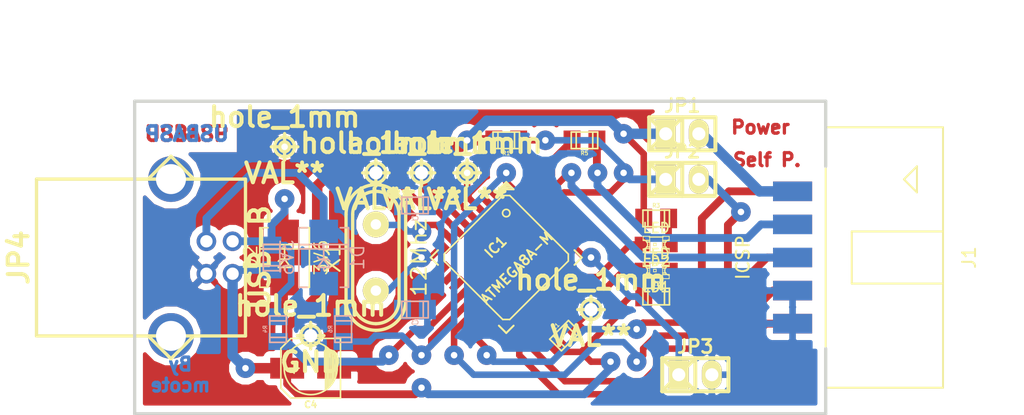
<source format=kicad_pcb>
(kicad_pcb (version 3) (host pcbnew "(2013-jul-07)-stable")

  (general
    (links 56)
    (no_connects 0)
    (area 59.48506 47.425001 140.458333 79.125001)
    (thickness 1.6)
    (drawings 13)
    (tracks 255)
    (zones 0)
    (modules 28)
    (nets 23)
  )

  (page User 210.007 148.006)
  (layers
    (15 F.Cu signal)
    (0 B.Cu signal)
    (16 B.Adhes user)
    (17 F.Adhes user)
    (18 B.Paste user)
    (19 F.Paste user)
    (20 B.SilkS user)
    (21 F.SilkS user)
    (22 B.Mask user)
    (23 F.Mask user)
    (24 Dwgs.User user)
    (25 Cmts.User user)
    (26 Eco1.User user)
    (27 Eco2.User user)
    (28 Edge.Cuts user)
  )

  (setup
    (last_trace_width 0.254)
    (user_trace_width 0.35)
    (user_trace_width 0.4)
    (user_trace_width 0.5)
    (user_trace_width 0.55)
    (user_trace_width 0.6)
    (user_trace_width 0.8)
    (user_trace_width 1)
    (user_trace_width 1.2)
    (user_trace_width 1.5)
    (user_trace_width 2)
    (trace_clearance 0.2)
    (zone_clearance 0.508)
    (zone_45_only no)
    (trace_min 0.254)
    (segment_width 0.2)
    (edge_width 0.15)
    (via_size 0.889)
    (via_drill 0.635)
    (via_min_size 0.889)
    (via_min_drill 0.508)
    (user_via 1 0.5)
    (user_via 1.2 0.5)
    (user_via 1.3 0.5)
    (user_via 1.5 0.5)
    (user_via 1.8 0.5)
    (uvia_size 0.508)
    (uvia_drill 0.127)
    (uvias_allowed no)
    (uvia_min_size 0.508)
    (uvia_min_drill 0.127)
    (pcb_text_width 0.3)
    (pcb_text_size 1 1)
    (mod_edge_width 0.15)
    (mod_text_size 1 1)
    (mod_text_width 0.15)
    (pad_size 1.00076 1.00076)
    (pad_drill 1.00076)
    (pad_to_mask_clearance 0)
    (aux_axis_origin 0 0)
    (visible_elements FFFFFFAF)
    (pcbplotparams
      (layerselection 2097153)
      (usegerberextensions false)
      (excludeedgelayer false)
      (linewidth 0.150000)
      (plotframeref false)
      (viasonmask false)
      (mode 1)
      (useauxorigin false)
      (hpglpennumber 1)
      (hpglpenspeed 20)
      (hpglpendiameter 15)
      (hpglpenoverlay 2)
      (psnegative false)
      (psa4output false)
      (plotreference true)
      (plotvalue true)
      (plotothertext true)
      (plotinvisibletext false)
      (padsonsilk false)
      (subtractmaskfromsilk false)
      (outputformat 2)
      (mirror false)
      (drillshape 1)
      (scaleselection 1)
      (outputdirectory PS/))
  )

  (net 0 "")
  (net 1 +5V)
  (net 2 /MISO)
  (net 3 /MOSI)
  (net 4 /RXD)
  (net 5 /SCK)
  (net 6 /SLOW)
  (net 7 /SS)
  (net 8 /TXD)
  (net 9 /VCCINT)
  (net 10 GND)
  (net 11 N-0000010)
  (net 12 N-0000013)
  (net 13 N-0000016)
  (net 14 N-000002)
  (net 15 N-000003)
  (net 16 N-0000032)
  (net 17 N-0000033)
  (net 18 N-0000034)
  (net 19 N-000004)
  (net 20 N-000005)
  (net 21 N-000007)
  (net 22 N-000008)

  (net_class Default "This is the default net class."
    (clearance 0.2)
    (trace_width 0.254)
    (via_dia 0.889)
    (via_drill 0.635)
    (uvia_dia 0.508)
    (uvia_drill 0.127)
    (add_net "")
    (add_net +5V)
    (add_net /MISO)
    (add_net /MOSI)
    (add_net /RXD)
    (add_net /SCK)
    (add_net /SLOW)
    (add_net /SS)
    (add_net /TXD)
    (add_net /VCCINT)
    (add_net GND)
    (add_net N-0000010)
    (add_net N-0000013)
    (add_net N-0000016)
    (add_net N-000002)
    (add_net N-000003)
    (add_net N-0000032)
    (add_net N-0000033)
    (add_net N-0000034)
    (add_net N-000004)
    (add_net N-000005)
    (add_net N-000007)
    (add_net N-000008)
  )

  (module hole_1mm (layer F.Cu) (tedit 5585E1D8) (tstamp 5587BB75)
    (at 88 60.5)
    (descr "Hole 1mm")
    (fp_text reference hole_1mm (at 0 -2.286) (layer F.SilkS)
      (effects (font (size 1.524 1.524) (thickness 0.3048)))
    )
    (fp_text value VAL** (at 0 2.032) (layer F.SilkS)
      (effects (font (size 1.524 1.524) (thickness 0.3048)))
    )
    (fp_line (start 0 -1.016) (end 0 1.016) (layer F.SilkS) (width 0.254))
    (fp_line (start -1.016 0) (end 1.016 0) (layer F.SilkS) (width 0.254))
    (fp_circle (center 0 0) (end 0.762 0) (layer F.SilkS) (width 0.254))
    (pad 1 thru_hole circle (at 0 0) (size 1.00076 1.00076) (drill 1.00076)
      (layers *.Cu F.SilkS)
      (net 10 GND)
    )
    (model walter/details/hole.wrl
      (at (xyz 0 0 0))
      (scale (xyz 1 1 1))
      (rotate (xyz 0 0 0))
    )
  )

  (module vasch_strip_5x2_vert_MC (layer F.Cu) (tedit 5584FD20) (tstamp 5584FE6B)
    (at 122.5 67 270)
    (path /539BD6E9)
    (fp_text reference J1 (at 0 -11 270) (layer F.SilkS)
      (effects (font (size 1 1) (thickness 0.15)))
    )
    (fp_text value ICSP (at 0 6.35 270) (layer F.SilkS)
      (effects (font (size 1 1) (thickness 0.15)))
    )
    (fp_line (start -2 -9) (end -2 -2) (layer F.SilkS) (width 0.15))
    (fp_line (start -2 -2) (end 2 -2) (layer F.SilkS) (width 0.15))
    (fp_line (start 2 -2) (end 2 -9) (layer F.SilkS) (width 0.15))
    (fp_line (start -7 -7) (end -6 -6) (layer F.SilkS) (width 0.15))
    (fp_line (start -6 -6) (end -5 -7) (layer F.SilkS) (width 0.15))
    (fp_line (start -5 -7) (end -7 -7) (layer F.SilkS) (width 0.15))
    (fp_line (start -10 0) (end -10 -9) (layer F.SilkS) (width 0.15))
    (fp_line (start -10 -9) (end 10 -9) (layer F.SilkS) (width 0.15))
    (fp_line (start 10 -9) (end 10 0) (layer F.SilkS) (width 0.15))
    (fp_line (start 10 0) (end -10 0) (layer F.SilkS) (width 0.15))
    (pad 1 smd rect (at -5.08 2.54 270) (size 1.5 3)
      (layers F.Cu F.Paste F.Mask)
      (net 3 /MOSI)
    )
    (pad 2 smd rect (at -5.08 2.54 270) (size 1.5 3)
      (layers B.Cu F.Paste F.Mask)
      (net 9 /VCCINT)
    )
    (pad 3 smd rect (at -2.54 2.54 270) (size 1.5 3)
      (layers F.Cu F.Paste F.Mask)
    )
    (pad 4 smd rect (at -2.54 2.54 270) (size 1.5 3)
      (layers B.Cu F.Paste F.Mask)
      (net 8 /TXD)
    )
    (pad 5 smd rect (at 0 2.54 270) (size 1.5 3)
      (layers F.Cu F.Paste F.Mask)
      (net 7 /SS)
    )
    (pad 6 smd rect (at 0 2.54 270) (size 1.5 3)
      (layers B.Cu F.Paste F.Mask)
      (net 4 /RXD)
    )
    (pad 7 smd rect (at 2.54 2.54 270) (size 1.5 3)
      (layers F.Cu F.Paste F.Mask)
      (net 5 /SCK)
    )
    (pad 8 smd rect (at 2.54 2.54 270) (size 1.5 3)
      (layers B.Cu F.Paste F.Mask)
      (net 10 GND)
    )
    (pad 9 smd rect (at 5.08 2.54 270) (size 1.5 3)
      (layers F.Cu F.Paste F.Mask)
      (net 2 /MISO)
    )
    (pad 10 smd rect (at 5.08 2.54 270) (size 1.5 3)
      (layers B.Cu F.Paste F.Mask)
      (net 10 GND)
    )
  )

  (module r_0805 (layer F.Cu) (tedit 49047384) (tstamp 5584FE77)
    (at 109.5 70)
    (descr "SMT resistor, 0805")
    (path /52C0515F)
    (fp_text reference R2 (at 0 -0.9906) (layer F.SilkS)
      (effects (font (size 0.29972 0.29972) (thickness 0.06096)))
    )
    (fp_text value 1.5K (at 0 0.9906) (layer F.SilkS) hide
      (effects (font (size 0.29972 0.29972) (thickness 0.06096)))
    )
    (fp_line (start 0.635 -0.635) (end 0.635 0.635) (layer F.SilkS) (width 0.127))
    (fp_line (start -0.635 -0.635) (end -0.635 0.6096) (layer F.SilkS) (width 0.127))
    (fp_line (start -1.016 -0.635) (end 1.016 -0.635) (layer F.SilkS) (width 0.127))
    (fp_line (start 1.016 -0.635) (end 1.016 0.635) (layer F.SilkS) (width 0.127))
    (fp_line (start 1.016 0.635) (end -1.016 0.635) (layer F.SilkS) (width 0.127))
    (fp_line (start -1.016 0.635) (end -1.016 -0.635) (layer F.SilkS) (width 0.127))
    (pad 1 smd rect (at 0.9525 0) (size 1.30048 1.4986)
      (layers F.Cu F.Paste F.Mask)
      (net 22 N-000008)
    )
    (pad 2 smd rect (at -0.9525 0) (size 1.30048 1.4986)
      (layers F.Cu F.Paste F.Mask)
      (net 1 +5V)
    )
    (model walter/smd_resistors/r_0805.wrl
      (at (xyz 0 0 0))
      (scale (xyz 1 1 1))
      (rotate (xyz 0 0 0))
    )
  )

  (module r_0805 (layer F.Cu) (tedit 49047384) (tstamp 5584FE83)
    (at 104 58 180)
    (descr "SMT resistor, 0805")
    (path /52C35DB9)
    (fp_text reference R5 (at 0 -0.9906 180) (layer F.SilkS)
      (effects (font (size 0.29972 0.29972) (thickness 0.06096)))
    )
    (fp_text value 1K (at 0 0.9906 180) (layer F.SilkS) hide
      (effects (font (size 0.29972 0.29972) (thickness 0.06096)))
    )
    (fp_line (start 0.635 -0.635) (end 0.635 0.635) (layer F.SilkS) (width 0.127))
    (fp_line (start -0.635 -0.635) (end -0.635 0.6096) (layer F.SilkS) (width 0.127))
    (fp_line (start -1.016 -0.635) (end 1.016 -0.635) (layer F.SilkS) (width 0.127))
    (fp_line (start 1.016 -0.635) (end 1.016 0.635) (layer F.SilkS) (width 0.127))
    (fp_line (start 1.016 0.635) (end -1.016 0.635) (layer F.SilkS) (width 0.127))
    (fp_line (start -1.016 0.635) (end -1.016 -0.635) (layer F.SilkS) (width 0.127))
    (pad 1 smd rect (at 0.9525 0 180) (size 1.30048 1.4986)
      (layers F.Cu F.Paste F.Mask)
      (net 12 N-0000013)
    )
    (pad 2 smd rect (at -0.9525 0 180) (size 1.30048 1.4986)
      (layers F.Cu F.Paste F.Mask)
      (net 8 /TXD)
    )
    (model walter/smd_resistors/r_0805.wrl
      (at (xyz 0 0 0))
      (scale (xyz 1 1 1))
      (rotate (xyz 0 0 0))
    )
  )

  (module r_0805 (layer B.Cu) (tedit 49047384) (tstamp 558515F4)
    (at 80 67 90)
    (descr "SMT resistor, 0805")
    (path /52C326A4)
    (fp_text reference R7 (at 0 0.9906 90) (layer B.SilkS)
      (effects (font (size 0.29972 0.29972) (thickness 0.06096)) (justify mirror))
    )
    (fp_text value 2K2 (at 0 -0.9906 90) (layer B.SilkS) hide
      (effects (font (size 0.29972 0.29972) (thickness 0.06096)) (justify mirror))
    )
    (fp_line (start 0.635 0.635) (end 0.635 -0.635) (layer B.SilkS) (width 0.127))
    (fp_line (start -0.635 0.635) (end -0.635 -0.6096) (layer B.SilkS) (width 0.127))
    (fp_line (start -1.016 0.635) (end 1.016 0.635) (layer B.SilkS) (width 0.127))
    (fp_line (start 1.016 0.635) (end 1.016 -0.635) (layer B.SilkS) (width 0.127))
    (fp_line (start 1.016 -0.635) (end -1.016 -0.635) (layer B.SilkS) (width 0.127))
    (fp_line (start -1.016 -0.635) (end -1.016 0.635) (layer B.SilkS) (width 0.127))
    (pad 1 smd rect (at 0.9525 0 90) (size 1.30048 1.4986)
      (layers B.Cu B.Paste B.Mask)
      (net 20 N-000005)
    )
    (pad 2 smd rect (at -0.9525 0 90) (size 1.30048 1.4986)
      (layers B.Cu B.Paste B.Mask)
      (net 1 +5V)
    )
    (model walter/smd_resistors/r_0805.wrl
      (at (xyz 0 0 0))
      (scale (xyz 1 1 1))
      (rotate (xyz 0 0 0))
    )
  )

  (module r_0805 (layer B.Cu) (tedit 49047384) (tstamp 55851434)
    (at 85.5 72.5 270)
    (descr "SMT resistor, 0805")
    (path /52C32693)
    (fp_text reference R6 (at 0 0.9906 270) (layer B.SilkS)
      (effects (font (size 0.29972 0.29972) (thickness 0.06096)) (justify mirror))
    )
    (fp_text value 68 (at 0 -0.9906 270) (layer B.SilkS) hide
      (effects (font (size 0.29972 0.29972) (thickness 0.06096)) (justify mirror))
    )
    (fp_line (start 0.635 0.635) (end 0.635 -0.635) (layer B.SilkS) (width 0.127))
    (fp_line (start -0.635 0.635) (end -0.635 -0.6096) (layer B.SilkS) (width 0.127))
    (fp_line (start -1.016 0.635) (end 1.016 0.635) (layer B.SilkS) (width 0.127))
    (fp_line (start 1.016 0.635) (end 1.016 -0.635) (layer B.SilkS) (width 0.127))
    (fp_line (start 1.016 -0.635) (end -1.016 -0.635) (layer B.SilkS) (width 0.127))
    (fp_line (start -1.016 -0.635) (end -1.016 0.635) (layer B.SilkS) (width 0.127))
    (pad 1 smd rect (at 0.9525 0 270) (size 1.30048 1.4986)
      (layers B.Cu B.Paste B.Mask)
      (net 13 N-0000016)
    )
    (pad 2 smd rect (at -0.9525 0 270) (size 1.30048 1.4986)
      (layers B.Cu B.Paste B.Mask)
      (net 19 N-000004)
    )
    (model walter/smd_resistors/r_0805.wrl
      (at (xyz 0 0 0))
      (scale (xyz 1 1 1))
      (rotate (xyz 0 0 0))
    )
  )

  (module r_0805 (layer B.Cu) (tedit 49047384) (tstamp 55851427)
    (at 80.5 72.5 270)
    (descr "SMT resistor, 0805")
    (path /52C32689)
    (fp_text reference R4 (at 0 0.9906 270) (layer B.SilkS)
      (effects (font (size 0.29972 0.29972) (thickness 0.06096)) (justify mirror))
    )
    (fp_text value 68 (at 0 -0.9906 270) (layer B.SilkS) hide
      (effects (font (size 0.29972 0.29972) (thickness 0.06096)) (justify mirror))
    )
    (fp_line (start 0.635 0.635) (end 0.635 -0.635) (layer B.SilkS) (width 0.127))
    (fp_line (start -0.635 0.635) (end -0.635 -0.6096) (layer B.SilkS) (width 0.127))
    (fp_line (start -1.016 0.635) (end 1.016 0.635) (layer B.SilkS) (width 0.127))
    (fp_line (start 1.016 0.635) (end 1.016 -0.635) (layer B.SilkS) (width 0.127))
    (fp_line (start 1.016 -0.635) (end -1.016 -0.635) (layer B.SilkS) (width 0.127))
    (fp_line (start -1.016 -0.635) (end -1.016 0.635) (layer B.SilkS) (width 0.127))
    (pad 1 smd rect (at 0.9525 0 270) (size 1.30048 1.4986)
      (layers B.Cu B.Paste B.Mask)
      (net 11 N-0000010)
    )
    (pad 2 smd rect (at -0.9525 0 270) (size 1.30048 1.4986)
      (layers B.Cu B.Paste B.Mask)
      (net 20 N-000005)
    )
    (model walter/smd_resistors/r_0805.wrl
      (at (xyz 0 0 0))
      (scale (xyz 1 1 1))
      (rotate (xyz 0 0 0))
    )
  )

  (module r_0805 (layer F.Cu) (tedit 49047384) (tstamp 55850FFC)
    (at 109.5 64)
    (descr "SMT resistor, 0805")
    (path /52C053BE)
    (fp_text reference R3 (at 0 -0.9906) (layer F.SilkS)
      (effects (font (size 0.29972 0.29972) (thickness 0.06096)))
    )
    (fp_text value 1.5K (at 0 0.9906) (layer F.SilkS) hide
      (effects (font (size 0.29972 0.29972) (thickness 0.06096)))
    )
    (fp_line (start 0.635 -0.635) (end 0.635 0.635) (layer F.SilkS) (width 0.127))
    (fp_line (start -0.635 -0.635) (end -0.635 0.6096) (layer F.SilkS) (width 0.127))
    (fp_line (start -1.016 -0.635) (end 1.016 -0.635) (layer F.SilkS) (width 0.127))
    (fp_line (start 1.016 -0.635) (end 1.016 0.635) (layer F.SilkS) (width 0.127))
    (fp_line (start 1.016 0.635) (end -1.016 0.635) (layer F.SilkS) (width 0.127))
    (fp_line (start -1.016 0.635) (end -1.016 -0.635) (layer F.SilkS) (width 0.127))
    (pad 1 smd rect (at 0.9525 0) (size 1.30048 1.4986)
      (layers F.Cu F.Paste F.Mask)
      (net 21 N-000007)
    )
    (pad 2 smd rect (at -0.9525 0) (size 1.30048 1.4986)
      (layers F.Cu F.Paste F.Mask)
      (net 1 +5V)
    )
    (model walter/smd_resistors/r_0805.wrl
      (at (xyz 0 0 0))
      (scale (xyz 1 1 1))
      (rotate (xyz 0 0 0))
    )
  )

  (module r_0805 (layer F.Cu) (tedit 49047384) (tstamp 5584FEBF)
    (at 98 58 180)
    (descr "SMT resistor, 0805")
    (path /52C05394)
    (fp_text reference R1 (at 0 -0.9906 180) (layer F.SilkS)
      (effects (font (size 0.29972 0.29972) (thickness 0.06096)))
    )
    (fp_text value 10K (at 0 0.9906 180) (layer F.SilkS) hide
      (effects (font (size 0.29972 0.29972) (thickness 0.06096)))
    )
    (fp_line (start 0.635 -0.635) (end 0.635 0.635) (layer F.SilkS) (width 0.127))
    (fp_line (start -0.635 -0.635) (end -0.635 0.6096) (layer F.SilkS) (width 0.127))
    (fp_line (start -1.016 -0.635) (end 1.016 -0.635) (layer F.SilkS) (width 0.127))
    (fp_line (start 1.016 -0.635) (end 1.016 0.635) (layer F.SilkS) (width 0.127))
    (fp_line (start 1.016 0.635) (end -1.016 0.635) (layer F.SilkS) (width 0.127))
    (fp_line (start -1.016 0.635) (end -1.016 -0.635) (layer F.SilkS) (width 0.127))
    (pad 1 smd rect (at 0.9525 0 180) (size 1.30048 1.4986)
      (layers F.Cu F.Paste F.Mask)
      (net 1 +5V)
    )
    (pad 2 smd rect (at -0.9525 0 180) (size 1.30048 1.4986)
      (layers F.Cu F.Paste F.Mask)
      (net 16 N-0000032)
    )
    (model walter/smd_resistors/r_0805.wrl
      (at (xyz 0 0 0))
      (scale (xyz 1 1 1))
      (rotate (xyz 0 0 0))
    )
  )

  (module pin_socket_2 (layer F.Cu) (tedit 4F0999B2) (tstamp 5584FECC)
    (at 111.5 61)
    (descr "Pin socket 2pin")
    (tags "CONN DEV")
    (path /52C36B81)
    (fp_text reference JP2 (at 0 -2.159) (layer F.SilkS)
      (effects (font (size 1.016 1.016) (thickness 0.2032)))
    )
    (fp_text value "Self P." (at 0.254 -3.556) (layer F.SilkS) hide
      (effects (font (size 1.016 0.889) (thickness 0.2032)))
    )
    (fp_line (start 0 -1.27) (end 0 1.27) (layer F.SilkS) (width 0.3048))
    (fp_line (start 0 1.27) (end -2.54 -1.27) (layer F.SilkS) (width 0.3048))
    (fp_line (start -2.54 1.27) (end 0 -1.27) (layer F.SilkS) (width 0.3048))
    (fp_line (start 2.54 1.27) (end -2.54 1.27) (layer F.SilkS) (width 0.3048))
    (fp_line (start -2.54 -1.27) (end 2.54 -1.27) (layer F.SilkS) (width 0.3048))
    (fp_line (start -2.54 1.27) (end -2.54 -1.27) (layer F.SilkS) (width 0.3048))
    (fp_line (start 2.54 -1.27) (end 2.54 1.27) (layer F.SilkS) (width 0.3048))
    (pad 1 thru_hole rect (at -1.27 0) (size 1.524 2.19964) (drill 1.00076)
      (layers *.Cu *.Mask F.SilkS)
      (net 16 N-0000032)
    )
    (pad 2 thru_hole oval (at 1.27 0) (size 1.524 2.19964) (drill 1.00076)
      (layers *.Cu *.Mask F.SilkS)
      (net 7 /SS)
    )
    (model walter/pin_strip/pin_socket_2.wrl
      (at (xyz 0 0 0))
      (scale (xyz 1 1 1))
      (rotate (xyz 0 0 0))
    )
  )

  (module lqfp32 (layer F.Cu) (tedit 50C3212A) (tstamp 5584FF05)
    (at 98 67 225)
    (descr LQFP-32)
    (path /52C050EC)
    (fp_text reference IC1 (at 0 1.143 225) (layer F.SilkS)
      (effects (font (size 0.7493 0.7493) (thickness 0.14986)))
    )
    (fp_text value ATMEGA8A-M (at 0 -1.143 225) (layer F.SilkS)
      (effects (font (size 0.7493 0.7493) (thickness 0.14986)))
    )
    (fp_line (start -3.8989 4.09956) (end -4.09956 3.8989) (layer F.SilkS) (width 0.14986))
    (fp_line (start -4.09956 3.70078) (end -3.70078 4.09956) (layer F.SilkS) (width 0.14986))
    (fp_line (start -3.50012 4.09956) (end -4.09956 3.50012) (layer F.SilkS) (width 0.14986))
    (fp_line (start -3.29946 4.09956) (end -4.09956 4.09956) (layer F.SilkS) (width 0.14986))
    (fp_line (start -4.09956 4.09956) (end -4.09956 3.29946) (layer F.SilkS) (width 0.14986))
    (fp_line (start -4.09956 3.29946) (end -3.29946 4.09956) (layer F.SilkS) (width 0.14986))
    (fp_line (start 4.09956 3.29946) (end 4.09956 4.09956) (layer F.SilkS) (width 0.14986))
    (fp_line (start 4.09956 4.09956) (end 3.29946 4.09956) (layer F.SilkS) (width 0.14986))
    (fp_line (start 3.29946 -4.09956) (end 4.09956 -4.09956) (layer F.SilkS) (width 0.14986))
    (fp_line (start 4.09956 -4.09956) (end 4.09956 -3.29946) (layer F.SilkS) (width 0.14986))
    (fp_line (start -4.09956 -3.29946) (end -4.09956 -4.09956) (layer F.SilkS) (width 0.14986))
    (fp_line (start -4.09956 -4.09956) (end -3.29946 -4.09956) (layer F.SilkS) (width 0.14986))
    (fp_circle (center -2.413 2.413) (end -2.667 2.54) (layer F.SilkS) (width 0.127))
    (fp_line (start 3.556 3.175) (end 3.175 3.556) (layer F.SilkS) (width 0.127))
    (fp_line (start 3.175 3.556) (end -3.175 3.556) (layer F.SilkS) (width 0.127))
    (fp_line (start -3.175 3.556) (end -3.556 3.175) (layer F.SilkS) (width 0.127))
    (fp_line (start -3.556 3.175) (end -3.556 -3.175) (layer F.SilkS) (width 0.127))
    (fp_line (start -3.556 -3.175) (end -3.175 -3.556) (layer F.SilkS) (width 0.127))
    (fp_line (start -3.175 -3.556) (end 3.175 -3.556) (layer F.SilkS) (width 0.127))
    (fp_line (start 3.175 -3.556) (end 3.556 -3.175) (layer F.SilkS) (width 0.127))
    (fp_line (start 3.556 -3.175) (end 3.556 3.175) (layer F.SilkS) (width 0.127))
    (pad 4 smd rect (at -0.39878 4.09956 225) (size 0.55118 1.30048)
      (layers F.Cu F.Paste F.Mask)
      (net 1 +5V)
    )
    (pad 5 smd rect (at 0.39878 4.09956 225) (size 0.55118 1.30048)
      (layers F.Cu F.Paste F.Mask)
      (net 10 GND)
    )
    (pad 6 smd rect (at 1.19888 4.09956 225) (size 0.55118 1.30048)
      (layers F.Cu F.Paste F.Mask)
      (net 1 +5V)
    )
    (pad 7 smd rect (at 1.99898 4.09956 225) (size 0.55118 1.30048)
      (layers F.Cu F.Paste F.Mask)
      (net 17 N-0000033)
    )
    (pad 8 smd rect (at 2.79908 4.09956 225) (size 0.55118 1.30048)
      (layers F.Cu F.Paste F.Mask)
      (net 18 N-0000034)
    )
    (pad 1 smd rect (at -2.79908 4.09956 225) (size 0.55118 1.30048)
      (layers F.Cu F.Paste F.Mask)
    )
    (pad 2 smd rect (at -1.99898 4.09956 225) (size 0.55118 1.30048)
      (layers F.Cu F.Paste F.Mask)
    )
    (pad 3 smd rect (at -1.19888 4.09956 225) (size 0.55118 1.30048)
      (layers F.Cu F.Paste F.Mask)
      (net 10 GND)
    )
    (pad 9 smd rect (at 4.09956 2.79908 225) (size 1.30048 0.55118)
      (layers F.Cu F.Paste F.Mask)
    )
    (pad 10 smd rect (at 4.09956 1.99898 225) (size 1.30048 0.55118)
      (layers F.Cu F.Paste F.Mask)
    )
    (pad 11 smd rect (at 4.09956 1.19888 225) (size 1.30048 0.55118)
      (layers F.Cu F.Paste F.Mask)
    )
    (pad 12 smd rect (at 4.09956 0.39878 225) (size 1.30048 0.55118)
      (layers F.Cu F.Paste F.Mask)
      (net 11 N-0000010)
    )
    (pad 13 smd rect (at 4.09956 -0.39878 225) (size 1.30048 0.55118)
      (layers F.Cu F.Paste F.Mask)
      (net 13 N-0000016)
    )
    (pad 14 smd rect (at 4.09956 -1.19888 225) (size 1.30048 0.55118)
      (layers F.Cu F.Paste F.Mask)
      (net 7 /SS)
    )
    (pad 15 smd rect (at 4.09956 -1.99898 225) (size 1.30048 0.55118)
      (layers F.Cu F.Paste F.Mask)
      (net 3 /MOSI)
    )
    (pad 16 smd rect (at 4.09956 -2.79908 225) (size 1.30048 0.55118)
      (layers F.Cu F.Paste F.Mask)
      (net 2 /MISO)
    )
    (pad 17 smd rect (at 2.79908 -4.09956 225) (size 0.55118 1.30048)
      (layers F.Cu F.Paste F.Mask)
      (net 5 /SCK)
    )
    (pad 18 smd rect (at 1.99898 -4.09956 225) (size 0.55118 1.30048)
      (layers F.Cu F.Paste F.Mask)
      (net 1 +5V)
    )
    (pad 19 smd rect (at 1.19888 -4.09956 225) (size 0.55118 1.30048)
      (layers F.Cu F.Paste F.Mask)
    )
    (pad 20 smd rect (at 0.39878 -4.09956 225) (size 0.55118 1.30048)
      (layers F.Cu F.Paste F.Mask)
    )
    (pad 21 smd rect (at -0.39878 -4.09956 225) (size 0.55118 1.30048)
      (layers F.Cu F.Paste F.Mask)
      (net 10 GND)
    )
    (pad 22 smd rect (at -1.19888 -4.09956 225) (size 0.55118 1.30048)
      (layers F.Cu F.Paste F.Mask)
    )
    (pad 23 smd rect (at -1.99898 -4.09956 225) (size 0.55118 1.30048)
      (layers F.Cu F.Paste F.Mask)
      (net 14 N-000002)
    )
    (pad 24 smd rect (at -2.79908 -4.09956 225) (size 0.55118 1.30048)
      (layers F.Cu F.Paste F.Mask)
      (net 15 N-000003)
    )
    (pad 25 smd rect (at -4.09956 -2.79908 225) (size 1.30048 0.55118)
      (layers F.Cu F.Paste F.Mask)
      (net 6 /SLOW)
    )
    (pad 26 smd rect (at -4.09956 -1.99898 225) (size 1.30048 0.55118)
      (layers F.Cu F.Paste F.Mask)
    )
    (pad 27 smd rect (at -4.09956 -1.19888 225) (size 1.30048 0.55118)
      (layers F.Cu F.Paste F.Mask)
    )
    (pad 28 smd rect (at -4.09956 -0.39878 225) (size 1.30048 0.55118)
      (layers F.Cu F.Paste F.Mask)
    )
    (pad 29 smd rect (at -4.09956 0.39878 225) (size 1.30048 0.55118)
      (layers F.Cu F.Paste F.Mask)
      (net 16 N-0000032)
    )
    (pad 30 smd rect (at -4.09956 1.19888 225) (size 1.30048 0.55118)
      (layers F.Cu F.Paste F.Mask)
      (net 4 /RXD)
    )
    (pad 31 smd rect (at -4.09956 1.99898 225) (size 1.30048 0.55118)
      (layers F.Cu F.Paste F.Mask)
      (net 12 N-0000013)
    )
    (pad 32 smd rect (at -4.09956 2.79908 225) (size 1.30048 0.55118)
      (layers F.Cu F.Paste F.Mask)
      (net 13 N-0000016)
    )
    (model walter/smd_lqfp/lqfp-32.wrl
      (at (xyz 0 0 0))
      (scale (xyz 1 1 1))
      (rotate (xyz 0 0 0))
    )
  )

  (module LED-0805 (layer F.Cu) (tedit 49DC4C0B) (tstamp 55851038)
    (at 109.5 66 180)
    (descr "LED 0805 smd package")
    (tags "LED 0805 SMD")
    (path /52C053A4)
    (attr smd)
    (fp_text reference LD2 (at 0 -1.27 180) (layer F.SilkS)
      (effects (font (size 0.762 0.762) (thickness 0.127)))
    )
    (fp_text value LED (at 0 1.27 180) (layer F.SilkS)
      (effects (font (size 0.762 0.762) (thickness 0.127)))
    )
    (fp_line (start 0.49784 0.29972) (end 0.49784 0.62484) (layer F.SilkS) (width 0.06604))
    (fp_line (start 0.49784 0.62484) (end 0.99822 0.62484) (layer F.SilkS) (width 0.06604))
    (fp_line (start 0.99822 0.29972) (end 0.99822 0.62484) (layer F.SilkS) (width 0.06604))
    (fp_line (start 0.49784 0.29972) (end 0.99822 0.29972) (layer F.SilkS) (width 0.06604))
    (fp_line (start 0.49784 -0.32258) (end 0.49784 -0.17272) (layer F.SilkS) (width 0.06604))
    (fp_line (start 0.49784 -0.17272) (end 0.7493 -0.17272) (layer F.SilkS) (width 0.06604))
    (fp_line (start 0.7493 -0.32258) (end 0.7493 -0.17272) (layer F.SilkS) (width 0.06604))
    (fp_line (start 0.49784 -0.32258) (end 0.7493 -0.32258) (layer F.SilkS) (width 0.06604))
    (fp_line (start 0.49784 0.17272) (end 0.49784 0.32258) (layer F.SilkS) (width 0.06604))
    (fp_line (start 0.49784 0.32258) (end 0.7493 0.32258) (layer F.SilkS) (width 0.06604))
    (fp_line (start 0.7493 0.17272) (end 0.7493 0.32258) (layer F.SilkS) (width 0.06604))
    (fp_line (start 0.49784 0.17272) (end 0.7493 0.17272) (layer F.SilkS) (width 0.06604))
    (fp_line (start 0.49784 -0.19812) (end 0.49784 0.19812) (layer F.SilkS) (width 0.06604))
    (fp_line (start 0.49784 0.19812) (end 0.6731 0.19812) (layer F.SilkS) (width 0.06604))
    (fp_line (start 0.6731 -0.19812) (end 0.6731 0.19812) (layer F.SilkS) (width 0.06604))
    (fp_line (start 0.49784 -0.19812) (end 0.6731 -0.19812) (layer F.SilkS) (width 0.06604))
    (fp_line (start -0.99822 0.29972) (end -0.99822 0.62484) (layer F.SilkS) (width 0.06604))
    (fp_line (start -0.99822 0.62484) (end -0.49784 0.62484) (layer F.SilkS) (width 0.06604))
    (fp_line (start -0.49784 0.29972) (end -0.49784 0.62484) (layer F.SilkS) (width 0.06604))
    (fp_line (start -0.99822 0.29972) (end -0.49784 0.29972) (layer F.SilkS) (width 0.06604))
    (fp_line (start -0.99822 -0.62484) (end -0.99822 -0.29972) (layer F.SilkS) (width 0.06604))
    (fp_line (start -0.99822 -0.29972) (end -0.49784 -0.29972) (layer F.SilkS) (width 0.06604))
    (fp_line (start -0.49784 -0.62484) (end -0.49784 -0.29972) (layer F.SilkS) (width 0.06604))
    (fp_line (start -0.99822 -0.62484) (end -0.49784 -0.62484) (layer F.SilkS) (width 0.06604))
    (fp_line (start -0.7493 0.17272) (end -0.7493 0.32258) (layer F.SilkS) (width 0.06604))
    (fp_line (start -0.7493 0.32258) (end -0.49784 0.32258) (layer F.SilkS) (width 0.06604))
    (fp_line (start -0.49784 0.17272) (end -0.49784 0.32258) (layer F.SilkS) (width 0.06604))
    (fp_line (start -0.7493 0.17272) (end -0.49784 0.17272) (layer F.SilkS) (width 0.06604))
    (fp_line (start -0.7493 -0.32258) (end -0.7493 -0.17272) (layer F.SilkS) (width 0.06604))
    (fp_line (start -0.7493 -0.17272) (end -0.49784 -0.17272) (layer F.SilkS) (width 0.06604))
    (fp_line (start -0.49784 -0.32258) (end -0.49784 -0.17272) (layer F.SilkS) (width 0.06604))
    (fp_line (start -0.7493 -0.32258) (end -0.49784 -0.32258) (layer F.SilkS) (width 0.06604))
    (fp_line (start -0.6731 -0.19812) (end -0.6731 0.19812) (layer F.SilkS) (width 0.06604))
    (fp_line (start -0.6731 0.19812) (end -0.49784 0.19812) (layer F.SilkS) (width 0.06604))
    (fp_line (start -0.49784 -0.19812) (end -0.49784 0.19812) (layer F.SilkS) (width 0.06604))
    (fp_line (start -0.6731 -0.19812) (end -0.49784 -0.19812) (layer F.SilkS) (width 0.06604))
    (fp_line (start 0 -0.09906) (end 0 0.09906) (layer F.SilkS) (width 0.06604))
    (fp_line (start 0 0.09906) (end 0.19812 0.09906) (layer F.SilkS) (width 0.06604))
    (fp_line (start 0.19812 -0.09906) (end 0.19812 0.09906) (layer F.SilkS) (width 0.06604))
    (fp_line (start 0 -0.09906) (end 0.19812 -0.09906) (layer F.SilkS) (width 0.06604))
    (fp_line (start 0.49784 -0.59944) (end 0.49784 -0.29972) (layer F.SilkS) (width 0.06604))
    (fp_line (start 0.49784 -0.29972) (end 0.79756 -0.29972) (layer F.SilkS) (width 0.06604))
    (fp_line (start 0.79756 -0.59944) (end 0.79756 -0.29972) (layer F.SilkS) (width 0.06604))
    (fp_line (start 0.49784 -0.59944) (end 0.79756 -0.59944) (layer F.SilkS) (width 0.06604))
    (fp_line (start 0.92456 -0.62484) (end 0.92456 -0.39878) (layer F.SilkS) (width 0.06604))
    (fp_line (start 0.92456 -0.39878) (end 0.99822 -0.39878) (layer F.SilkS) (width 0.06604))
    (fp_line (start 0.99822 -0.62484) (end 0.99822 -0.39878) (layer F.SilkS) (width 0.06604))
    (fp_line (start 0.92456 -0.62484) (end 0.99822 -0.62484) (layer F.SilkS) (width 0.06604))
    (fp_line (start 0.52324 0.57404) (end -0.52324 0.57404) (layer F.SilkS) (width 0.1016))
    (fp_line (start -0.49784 -0.57404) (end 0.92456 -0.57404) (layer F.SilkS) (width 0.1016))
    (fp_circle (center 0.84836 -0.44958) (end 0.89916 -0.50038) (layer F.SilkS) (width 0.0508))
    (fp_arc (start 0.99822 0) (end 0.99822 0.34798) (angle 180) (layer F.SilkS) (width 0.1016))
    (fp_arc (start -0.99822 0) (end -0.99822 -0.34798) (angle 180) (layer F.SilkS) (width 0.1016))
    (pad 1 smd rect (at -1.04902 0 180) (size 1.19888 1.19888)
      (layers F.Cu F.Paste F.Mask)
      (net 21 N-000007)
    )
    (pad 2 smd rect (at 1.04902 0 180) (size 1.19888 1.19888)
      (layers F.Cu F.Paste F.Mask)
      (net 15 N-000003)
    )
  )

  (module LED-0805 (layer F.Cu) (tedit 49DC4C0B) (tstamp 55851074)
    (at 109.5 68 180)
    (descr "LED 0805 smd package")
    (tags "LED 0805 SMD")
    (path /52C051EC)
    (attr smd)
    (fp_text reference LD1 (at 0 -1.27 180) (layer F.SilkS)
      (effects (font (size 0.762 0.762) (thickness 0.127)))
    )
    (fp_text value LED (at 0 1.27 180) (layer F.SilkS)
      (effects (font (size 0.762 0.762) (thickness 0.127)))
    )
    (fp_line (start 0.49784 0.29972) (end 0.49784 0.62484) (layer F.SilkS) (width 0.06604))
    (fp_line (start 0.49784 0.62484) (end 0.99822 0.62484) (layer F.SilkS) (width 0.06604))
    (fp_line (start 0.99822 0.29972) (end 0.99822 0.62484) (layer F.SilkS) (width 0.06604))
    (fp_line (start 0.49784 0.29972) (end 0.99822 0.29972) (layer F.SilkS) (width 0.06604))
    (fp_line (start 0.49784 -0.32258) (end 0.49784 -0.17272) (layer F.SilkS) (width 0.06604))
    (fp_line (start 0.49784 -0.17272) (end 0.7493 -0.17272) (layer F.SilkS) (width 0.06604))
    (fp_line (start 0.7493 -0.32258) (end 0.7493 -0.17272) (layer F.SilkS) (width 0.06604))
    (fp_line (start 0.49784 -0.32258) (end 0.7493 -0.32258) (layer F.SilkS) (width 0.06604))
    (fp_line (start 0.49784 0.17272) (end 0.49784 0.32258) (layer F.SilkS) (width 0.06604))
    (fp_line (start 0.49784 0.32258) (end 0.7493 0.32258) (layer F.SilkS) (width 0.06604))
    (fp_line (start 0.7493 0.17272) (end 0.7493 0.32258) (layer F.SilkS) (width 0.06604))
    (fp_line (start 0.49784 0.17272) (end 0.7493 0.17272) (layer F.SilkS) (width 0.06604))
    (fp_line (start 0.49784 -0.19812) (end 0.49784 0.19812) (layer F.SilkS) (width 0.06604))
    (fp_line (start 0.49784 0.19812) (end 0.6731 0.19812) (layer F.SilkS) (width 0.06604))
    (fp_line (start 0.6731 -0.19812) (end 0.6731 0.19812) (layer F.SilkS) (width 0.06604))
    (fp_line (start 0.49784 -0.19812) (end 0.6731 -0.19812) (layer F.SilkS) (width 0.06604))
    (fp_line (start -0.99822 0.29972) (end -0.99822 0.62484) (layer F.SilkS) (width 0.06604))
    (fp_line (start -0.99822 0.62484) (end -0.49784 0.62484) (layer F.SilkS) (width 0.06604))
    (fp_line (start -0.49784 0.29972) (end -0.49784 0.62484) (layer F.SilkS) (width 0.06604))
    (fp_line (start -0.99822 0.29972) (end -0.49784 0.29972) (layer F.SilkS) (width 0.06604))
    (fp_line (start -0.99822 -0.62484) (end -0.99822 -0.29972) (layer F.SilkS) (width 0.06604))
    (fp_line (start -0.99822 -0.29972) (end -0.49784 -0.29972) (layer F.SilkS) (width 0.06604))
    (fp_line (start -0.49784 -0.62484) (end -0.49784 -0.29972) (layer F.SilkS) (width 0.06604))
    (fp_line (start -0.99822 -0.62484) (end -0.49784 -0.62484) (layer F.SilkS) (width 0.06604))
    (fp_line (start -0.7493 0.17272) (end -0.7493 0.32258) (layer F.SilkS) (width 0.06604))
    (fp_line (start -0.7493 0.32258) (end -0.49784 0.32258) (layer F.SilkS) (width 0.06604))
    (fp_line (start -0.49784 0.17272) (end -0.49784 0.32258) (layer F.SilkS) (width 0.06604))
    (fp_line (start -0.7493 0.17272) (end -0.49784 0.17272) (layer F.SilkS) (width 0.06604))
    (fp_line (start -0.7493 -0.32258) (end -0.7493 -0.17272) (layer F.SilkS) (width 0.06604))
    (fp_line (start -0.7493 -0.17272) (end -0.49784 -0.17272) (layer F.SilkS) (width 0.06604))
    (fp_line (start -0.49784 -0.32258) (end -0.49784 -0.17272) (layer F.SilkS) (width 0.06604))
    (fp_line (start -0.7493 -0.32258) (end -0.49784 -0.32258) (layer F.SilkS) (width 0.06604))
    (fp_line (start -0.6731 -0.19812) (end -0.6731 0.19812) (layer F.SilkS) (width 0.06604))
    (fp_line (start -0.6731 0.19812) (end -0.49784 0.19812) (layer F.SilkS) (width 0.06604))
    (fp_line (start -0.49784 -0.19812) (end -0.49784 0.19812) (layer F.SilkS) (width 0.06604))
    (fp_line (start -0.6731 -0.19812) (end -0.49784 -0.19812) (layer F.SilkS) (width 0.06604))
    (fp_line (start 0 -0.09906) (end 0 0.09906) (layer F.SilkS) (width 0.06604))
    (fp_line (start 0 0.09906) (end 0.19812 0.09906) (layer F.SilkS) (width 0.06604))
    (fp_line (start 0.19812 -0.09906) (end 0.19812 0.09906) (layer F.SilkS) (width 0.06604))
    (fp_line (start 0 -0.09906) (end 0.19812 -0.09906) (layer F.SilkS) (width 0.06604))
    (fp_line (start 0.49784 -0.59944) (end 0.49784 -0.29972) (layer F.SilkS) (width 0.06604))
    (fp_line (start 0.49784 -0.29972) (end 0.79756 -0.29972) (layer F.SilkS) (width 0.06604))
    (fp_line (start 0.79756 -0.59944) (end 0.79756 -0.29972) (layer F.SilkS) (width 0.06604))
    (fp_line (start 0.49784 -0.59944) (end 0.79756 -0.59944) (layer F.SilkS) (width 0.06604))
    (fp_line (start 0.92456 -0.62484) (end 0.92456 -0.39878) (layer F.SilkS) (width 0.06604))
    (fp_line (start 0.92456 -0.39878) (end 0.99822 -0.39878) (layer F.SilkS) (width 0.06604))
    (fp_line (start 0.99822 -0.62484) (end 0.99822 -0.39878) (layer F.SilkS) (width 0.06604))
    (fp_line (start 0.92456 -0.62484) (end 0.99822 -0.62484) (layer F.SilkS) (width 0.06604))
    (fp_line (start 0.52324 0.57404) (end -0.52324 0.57404) (layer F.SilkS) (width 0.1016))
    (fp_line (start -0.49784 -0.57404) (end 0.92456 -0.57404) (layer F.SilkS) (width 0.1016))
    (fp_circle (center 0.84836 -0.44958) (end 0.89916 -0.50038) (layer F.SilkS) (width 0.0508))
    (fp_arc (start 0.99822 0) (end 0.99822 0.34798) (angle 180) (layer F.SilkS) (width 0.1016))
    (fp_arc (start -0.99822 0) (end -0.99822 -0.34798) (angle 180) (layer F.SilkS) (width 0.1016))
    (pad 1 smd rect (at -1.04902 0 180) (size 1.19888 1.19888)
      (layers F.Cu F.Paste F.Mask)
      (net 22 N-000008)
    )
    (pad 2 smd rect (at 1.04902 0 180) (size 1.19888 1.19888)
      (layers F.Cu F.Paste F.Mask)
      (net 14 N-000002)
    )
  )

  (module "DO-214AA(SMB)" (layer F.Cu) (tedit 50924A37) (tstamp 55851498)
    (at 81 67 90)
    (descr "DO-214AA (SMB)  PACKAGE.")
    (tags "DO-214AA SMB")
    (path /52C32E28)
    (attr smd)
    (fp_text reference D2 (at 0 -2.60096 90) (layer F.SilkS)
      (effects (font (size 1.00076 1.00076) (thickness 0.11938)))
    )
    (fp_text value 3V6 (at 0 2.79908 90) (layer F.SilkS)
      (effects (font (size 1.00076 1.00076) (thickness 0.11938)))
    )
    (fp_line (start -0.762 0) (end -0.9652 0) (layer F.SilkS) (width 0.127))
    (fp_line (start -2.286 -1.905) (end 2.286 -1.905) (layer F.SilkS) (width 0.127))
    (fp_line (start 2.286 -1.905) (end 2.286 -1.27) (layer F.SilkS) (width 0.127))
    (fp_line (start 0.6604 1.905) (end 0.6604 -1.905) (layer F.SilkS) (width 0.127))
    (fp_line (start 0.9906 1.905) (end 0.9906 -1.905) (layer F.SilkS) (width 0.127))
    (fp_line (start -2.286 1.27) (end -2.286 1.905) (layer F.SilkS) (width 0.127))
    (fp_line (start -2.286 1.905) (end 2.286 1.905) (layer F.SilkS) (width 0.127))
    (fp_line (start 2.286 1.905) (end 2.286 1.27) (layer F.SilkS) (width 0.127))
    (fp_line (start -2.286 -1.27) (end -2.286 -1.905) (layer F.SilkS) (width 0.127))
    (fp_line (start -0.127 0) (end -0.762 -0.47498) (layer F.SilkS) (width 0.127))
    (fp_line (start -0.762 -0.47498) (end -0.762 0) (layer F.SilkS) (width 0.127))
    (fp_line (start -0.762 0) (end -0.762 0.47498) (layer F.SilkS) (width 0.127))
    (fp_line (start -0.762 0.47498) (end -0.127 0) (layer F.SilkS) (width 0.127))
    (fp_line (start -0.127 0) (end -0.127 -0.3175) (layer F.SilkS) (width 0.127))
    (fp_line (start -0.127 -0.3175) (end -0.28448 -0.47498) (layer F.SilkS) (width 0.127))
    (fp_line (start -0.127 0) (end -0.127 0.3175) (layer F.SilkS) (width 0.127))
    (fp_line (start -0.127 0.3175) (end 0.03048 0.47498) (layer F.SilkS) (width 0.127))
    (fp_line (start -0.127 0) (end 0.98298 0) (layer F.SilkS) (width 0.127))
    (pad 1 smd rect (at -2.0066 0 90) (size 1.80086 2.19964)
      (layers F.Cu F.Paste F.Mask)
      (net 10 GND)
    )
    (pad 2 smd rect (at 2.0066 0 90) (size 1.80086 2.19964)
      (layers F.Cu F.Paste F.Mask)
      (net 20 N-000005)
    )
    (model smd/do214.wrl
      (at (xyz 0 0 0))
      (scale (xyz 1 1 1))
      (rotate (xyz 0 0 0))
    )
  )

  (module "DO-214AA(SMB)" (layer B.Cu) (tedit 50924A37) (tstamp 5585147F)
    (at 84 67 90)
    (descr "DO-214AA (SMB)  PACKAGE.")
    (tags "DO-214AA SMB")
    (path /52C32F2E)
    (attr smd)
    (fp_text reference D1 (at 0 2.60096 90) (layer B.SilkS)
      (effects (font (size 1.00076 1.00076) (thickness 0.11938)) (justify mirror))
    )
    (fp_text value 3V6 (at 0 -2.79908 90) (layer B.SilkS)
      (effects (font (size 1.00076 1.00076) (thickness 0.11938)) (justify mirror))
    )
    (fp_line (start -0.762 0) (end -0.9652 0) (layer B.SilkS) (width 0.127))
    (fp_line (start -2.286 1.905) (end 2.286 1.905) (layer B.SilkS) (width 0.127))
    (fp_line (start 2.286 1.905) (end 2.286 1.27) (layer B.SilkS) (width 0.127))
    (fp_line (start 0.6604 -1.905) (end 0.6604 1.905) (layer B.SilkS) (width 0.127))
    (fp_line (start 0.9906 -1.905) (end 0.9906 1.905) (layer B.SilkS) (width 0.127))
    (fp_line (start -2.286 -1.27) (end -2.286 -1.905) (layer B.SilkS) (width 0.127))
    (fp_line (start -2.286 -1.905) (end 2.286 -1.905) (layer B.SilkS) (width 0.127))
    (fp_line (start 2.286 -1.905) (end 2.286 -1.27) (layer B.SilkS) (width 0.127))
    (fp_line (start -2.286 1.27) (end -2.286 1.905) (layer B.SilkS) (width 0.127))
    (fp_line (start -0.127 0) (end -0.762 0.47498) (layer B.SilkS) (width 0.127))
    (fp_line (start -0.762 0.47498) (end -0.762 0) (layer B.SilkS) (width 0.127))
    (fp_line (start -0.762 0) (end -0.762 -0.47498) (layer B.SilkS) (width 0.127))
    (fp_line (start -0.762 -0.47498) (end -0.127 0) (layer B.SilkS) (width 0.127))
    (fp_line (start -0.127 0) (end -0.127 0.3175) (layer B.SilkS) (width 0.127))
    (fp_line (start -0.127 0.3175) (end -0.28448 0.47498) (layer B.SilkS) (width 0.127))
    (fp_line (start -0.127 0) (end -0.127 -0.3175) (layer B.SilkS) (width 0.127))
    (fp_line (start -0.127 -0.3175) (end 0.03048 -0.47498) (layer B.SilkS) (width 0.127))
    (fp_line (start -0.127 0) (end 0.98298 0) (layer B.SilkS) (width 0.127))
    (pad 1 smd rect (at -2.0066 0 90) (size 1.80086 2.19964)
      (layers B.Cu B.Paste B.Mask)
      (net 10 GND)
    )
    (pad 2 smd rect (at 2.0066 0 90) (size 1.80086 2.19964)
      (layers B.Cu B.Paste B.Mask)
      (net 19 N-000004)
    )
    (model smd/do214.wrl
      (at (xyz 0 0 0))
      (scale (xyz 1 1 1))
      (rotate (xyz 0 0 0))
    )
  )

  (module crystal_hc-49s (layer F.Cu) (tedit 4D174556) (tstamp 558505E7)
    (at 88 67 90)
    (descr "Crystal, HC-49S")
    (tags QUARTZ)
    (path /52C37916)
    (autoplace_cost180 10)
    (fp_text reference X1 (at 0 -3.302 90) (layer F.SilkS)
      (effects (font (size 1.143 1.27) (thickness 0.1524)))
    )
    (fp_text value 12Mhz (at 0 3.302 90) (layer F.SilkS)
      (effects (font (size 1.143 1.27) (thickness 0.1524)))
    )
    (fp_arc (start 3.302 0) (end 3.302 -2.286) (angle 90) (layer F.SilkS) (width 0.254))
    (fp_line (start -3.302 1.778) (end 3.302 1.778) (layer F.SilkS) (width 0.254))
    (fp_line (start 3.302 -1.778) (end -3.302 -1.778) (layer F.SilkS) (width 0.254))
    (fp_arc (start 3.302 0) (end 5.08 0) (angle 90) (layer F.SilkS) (width 0.254))
    (fp_arc (start 3.302 0) (end 3.302 -1.778) (angle 90) (layer F.SilkS) (width 0.254))
    (fp_arc (start -3.302 0) (end -3.302 1.778) (angle 90) (layer F.SilkS) (width 0.254))
    (fp_arc (start -3.302 0) (end -5.08 0) (angle 90) (layer F.SilkS) (width 0.254))
    (fp_arc (start 3.302 0) (end 5.588 0) (angle 90) (layer F.SilkS) (width 0.254))
    (fp_line (start 3.302 2.286) (end -3.302 2.286) (layer F.SilkS) (width 0.254))
    (fp_line (start -3.302 -2.286) (end 3.302 -2.286) (layer F.SilkS) (width 0.254))
    (fp_arc (start -3.302 0) (end -3.302 2.286) (angle 90) (layer F.SilkS) (width 0.254))
    (fp_arc (start -3.302 0) (end -5.588 0) (angle 90) (layer F.SilkS) (width 0.254))
    (pad 1 thru_hole circle (at -2.54 0 90) (size 1.99898 1.99898) (drill 0.8001)
      (layers *.Cu *.Mask F.SilkS)
      (net 18 N-0000034)
    )
    (pad 2 thru_hole circle (at 2.54 0 90) (size 1.99898 1.99898) (drill 0.8001)
      (layers *.Cu *.Mask F.SilkS)
      (net 17 N-0000033)
    )
    (model walter/crystal/crystal_hc-49s.wrl
      (at (xyz 0 0 0))
      (scale (xyz 1 1 1))
      (rotate (xyz 0 0 0))
    )
  )

  (module conn_usb_B (layer F.Cu) (tedit 53666D6B) (tstamp 5584FFF5)
    (at 70 67 270)
    (descr "USB B-type receptacle, Lumberg P/N 2411-02")
    (tags USB)
    (path /539BC87F)
    (fp_text reference JP4 (at 0 9.40054 270) (layer F.SilkS)
      (effects (font (size 1.524 1.524) (thickness 0.3048)))
    )
    (fp_text value USB-B (at 0 -9.10082 270) (layer F.SilkS)
      (effects (font (size 1.524 1.524) (thickness 0.3048)))
    )
    (fp_line (start 6.0198 -4.0386) (end 7.7724 -2.286) (layer F.SilkS) (width 0.254))
    (fp_line (start 7.7724 -2.286) (end 6.0198 -0.5334) (layer F.SilkS) (width 0.254))
    (fp_line (start -6.0198 -4.0386) (end -7.7724 -2.286) (layer F.SilkS) (width 0.254))
    (fp_line (start -7.7724 -2.286) (end -6.0198 -0.5334) (layer F.SilkS) (width 0.254))
    (fp_line (start -6.0198 -2.286) (end -6.0198 8.0264) (layer F.SilkS) (width 0.254))
    (fp_line (start -6.0198 8.0264) (end 6.0198 8.0264) (layer F.SilkS) (width 0.254))
    (fp_line (start 6.0198 8.0264) (end 6.0198 -2.286) (layer F.SilkS) (width 0.254))
    (fp_line (start 6.0198 -2.286) (end 6.0198 -8.001) (layer F.SilkS) (width 0.254))
    (fp_line (start 6.0198 -8.001) (end -6.0198 -8.001) (layer F.SilkS) (width 0.254))
    (fp_line (start -6.0198 -8.001) (end -6.0198 -2.286) (layer F.SilkS) (width 0.254))
    (pad 3 thru_hole circle (at -1.2446 -5.0038 270) (size 1.50114 1.50114) (drill 0.94996)
      (layers *.Cu *.Mask)
      (net 19 N-000004)
    )
    (pad 4 thru_hole circle (at 1.2446 -5.0038 270) (size 1.50114 1.50114) (drill 0.94996)
      (layers *.Cu *.Mask)
      (net 10 GND)
    )
    (pad 1 thru_hole circle (at 1.2446 -7.0104 270) (size 1.50114 1.50114) (drill 0.94996)
      (layers *.Cu *.Mask)
      (net 1 +5V)
    )
    (pad 2 thru_hole circle (at -1.2446 -7.0104 270) (size 1.50114 1.50114) (drill 0.94996)
      (layers *.Cu *.Mask)
      (net 20 N-000005)
    )
    (pad "" thru_hole circle (at -6.0198 -2.286 270) (size 3.50012 3.50012) (drill 2.30124)
      (layers *.Cu *.Mask)
    )
    (pad "" thru_hole circle (at 6.0198 -2.286 270) (size 3.50012 3.50012) (drill 2.30124)
      (layers *.Cu *.Mask)
    )
    (model walter/conn_pc/usb_B.wrl
      (at (xyz 0 0 0))
      (scale (xyz 1 1 1))
      (rotate (xyz 0 0 0))
    )
  )

  (module c_elec_4x5.3 (layer F.Cu) (tedit 49F5A3DC) (tstamp 5585000C)
    (at 83 75.5 180)
    (descr "SMT capacitor, aluminium electrolytic, 4x5.3")
    (path /539BC703)
    (fp_text reference C4 (at 0 -2.794 180) (layer F.SilkS)
      (effects (font (size 0.50038 0.50038) (thickness 0.11938)))
    )
    (fp_text value 4u7 (at 0 2.794 180) (layer F.SilkS) hide
      (effects (font (size 0.50038 0.50038) (thickness 0.11938)))
    )
    (fp_line (start 1.651 0) (end 0.889 0) (layer F.SilkS) (width 0.127))
    (fp_line (start 1.27 -0.381) (end 1.27 0.381) (layer F.SilkS) (width 0.127))
    (fp_line (start 1.524 2.286) (end -2.286 2.286) (layer F.SilkS) (width 0.127))
    (fp_line (start 2.286 -1.524) (end 2.286 1.524) (layer F.SilkS) (width 0.127))
    (fp_line (start 1.524 2.286) (end 2.286 1.524) (layer F.SilkS) (width 0.127))
    (fp_line (start 1.524 -2.286) (end -2.286 -2.286) (layer F.SilkS) (width 0.127))
    (fp_line (start 1.524 -2.286) (end 2.286 -1.524) (layer F.SilkS) (width 0.127))
    (fp_line (start -2.032 0.127) (end -2.032 -0.127) (layer F.SilkS) (width 0.127))
    (fp_line (start -1.905 -0.635) (end -1.905 0.635) (layer F.SilkS) (width 0.127))
    (fp_line (start -1.778 0.889) (end -1.778 -0.889) (layer F.SilkS) (width 0.127))
    (fp_line (start -1.651 1.143) (end -1.651 -1.143) (layer F.SilkS) (width 0.127))
    (fp_line (start -1.524 -1.27) (end -1.524 1.27) (layer F.SilkS) (width 0.127))
    (fp_line (start -1.397 1.397) (end -1.397 -1.397) (layer F.SilkS) (width 0.127))
    (fp_line (start -1.27 -1.524) (end -1.27 1.524) (layer F.SilkS) (width 0.127))
    (fp_line (start -1.143 -1.651) (end -1.143 1.651) (layer F.SilkS) (width 0.127))
    (fp_circle (center 0 0) (end -2.032 0) (layer F.SilkS) (width 0.127))
    (fp_line (start -2.286 -2.286) (end -2.286 2.286) (layer F.SilkS) (width 0.127))
    (pad 1 smd rect (at 1.80086 0 180) (size 2.60096 1.6002)
      (layers F.Cu F.Paste F.Mask)
      (net 1 +5V)
    )
    (pad 2 smd rect (at -1.80086 0 180) (size 2.60096 1.6002)
      (layers F.Cu F.Paste F.Mask)
      (net 10 GND)
    )
    (model walter/smd_cap/c_elec_4x5_3.wrl
      (at (xyz 0 0 0))
      (scale (xyz 1 1 1))
      (rotate (xyz 0 0 0))
    )
  )

  (module c_0805 (layer B.Cu) (tedit 49047394) (tstamp 55850018)
    (at 91 71)
    (descr "SMT capacitor, 0805")
    (path /52C052F8)
    (fp_text reference C3 (at 0 0.9906) (layer B.SilkS)
      (effects (font (size 0.29972 0.29972) (thickness 0.06096)) (justify mirror))
    )
    (fp_text value 22p (at 0 -0.9906) (layer B.SilkS) hide
      (effects (font (size 0.29972 0.29972) (thickness 0.06096)) (justify mirror))
    )
    (fp_line (start 0.635 0.635) (end 0.635 -0.635) (layer B.SilkS) (width 0.127))
    (fp_line (start -0.635 0.635) (end -0.635 -0.6096) (layer B.SilkS) (width 0.127))
    (fp_line (start -1.016 0.635) (end 1.016 0.635) (layer B.SilkS) (width 0.127))
    (fp_line (start 1.016 0.635) (end 1.016 -0.635) (layer B.SilkS) (width 0.127))
    (fp_line (start 1.016 -0.635) (end -1.016 -0.635) (layer B.SilkS) (width 0.127))
    (fp_line (start -1.016 -0.635) (end -1.016 0.635) (layer B.SilkS) (width 0.127))
    (pad 1 smd rect (at 0.9525 0) (size 1.30048 1.4986)
      (layers B.Cu B.Paste B.Mask)
      (net 10 GND)
    )
    (pad 2 smd rect (at -0.9525 0) (size 1.30048 1.4986)
      (layers B.Cu B.Paste B.Mask)
      (net 18 N-0000034)
    )
    (model walter/smd_cap/c_0805.wrl
      (at (xyz 0 0 0))
      (scale (xyz 1 1 1))
      (rotate (xyz 0 0 0))
    )
  )

  (module c_0805 (layer B.Cu) (tedit 49047394) (tstamp 5585B21C)
    (at 91 63)
    (descr "SMT capacitor, 0805")
    (path /52C052F2)
    (fp_text reference C2 (at 0 0.9906) (layer B.SilkS)
      (effects (font (size 0.29972 0.29972) (thickness 0.06096)) (justify mirror))
    )
    (fp_text value 22p (at 0 -0.9906) (layer B.SilkS) hide
      (effects (font (size 0.29972 0.29972) (thickness 0.06096)) (justify mirror))
    )
    (fp_line (start 0.635 0.635) (end 0.635 -0.635) (layer B.SilkS) (width 0.127))
    (fp_line (start -0.635 0.635) (end -0.635 -0.6096) (layer B.SilkS) (width 0.127))
    (fp_line (start -1.016 0.635) (end 1.016 0.635) (layer B.SilkS) (width 0.127))
    (fp_line (start 1.016 0.635) (end 1.016 -0.635) (layer B.SilkS) (width 0.127))
    (fp_line (start 1.016 -0.635) (end -1.016 -0.635) (layer B.SilkS) (width 0.127))
    (fp_line (start -1.016 -0.635) (end -1.016 0.635) (layer B.SilkS) (width 0.127))
    (pad 1 smd rect (at 0.9525 0) (size 1.30048 1.4986)
      (layers B.Cu B.Paste B.Mask)
      (net 10 GND)
    )
    (pad 2 smd rect (at -0.9525 0) (size 1.30048 1.4986)
      (layers B.Cu B.Paste B.Mask)
      (net 17 N-0000033)
    )
    (model walter/smd_cap/c_0805.wrl
      (at (xyz 0 0 0))
      (scale (xyz 1 1 1))
      (rotate (xyz 0 0 0))
    )
  )

  (module c_0805 (layer F.Cu) (tedit 49047394) (tstamp 55850030)
    (at 102.5 73 45)
    (descr "SMT capacitor, 0805")
    (path /52C374EB)
    (fp_text reference C1 (at 0 -0.9906 45) (layer F.SilkS)
      (effects (font (size 0.29972 0.29972) (thickness 0.06096)))
    )
    (fp_text value 100n (at 0 0.9906 45) (layer F.SilkS) hide
      (effects (font (size 0.29972 0.29972) (thickness 0.06096)))
    )
    (fp_line (start 0.635 -0.635) (end 0.635 0.635) (layer F.SilkS) (width 0.127))
    (fp_line (start -0.635 -0.635) (end -0.635 0.6096) (layer F.SilkS) (width 0.127))
    (fp_line (start -1.016 -0.635) (end 1.016 -0.635) (layer F.SilkS) (width 0.127))
    (fp_line (start 1.016 -0.635) (end 1.016 0.635) (layer F.SilkS) (width 0.127))
    (fp_line (start 1.016 0.635) (end -1.016 0.635) (layer F.SilkS) (width 0.127))
    (fp_line (start -1.016 0.635) (end -1.016 -0.635) (layer F.SilkS) (width 0.127))
    (pad 1 smd rect (at 0.9525 0 45) (size 1.30048 1.4986)
      (layers F.Cu F.Paste F.Mask)
      (net 10 GND)
    )
    (pad 2 smd rect (at -0.9525 0 45) (size 1.30048 1.4986)
      (layers F.Cu F.Paste F.Mask)
      (net 1 +5V)
    )
    (model walter/smd_cap/c_0805.wrl
      (at (xyz 0 0 0))
      (scale (xyz 1 1 1))
      (rotate (xyz 0 0 0))
    )
  )

  (module pin_socket_2 (layer F.Cu) (tedit 4F0999B2) (tstamp 558510A8)
    (at 111.5 57.5)
    (descr "Pin socket 2pin")
    (tags "CONN DEV")
    (path /5585092E)
    (fp_text reference JP1 (at 0 -2.159) (layer F.SilkS)
      (effects (font (size 1.016 1.016) (thickness 0.2032)))
    )
    (fp_text value POWER (at 0.254 -3.556) (layer F.SilkS) hide
      (effects (font (size 1.016 0.889) (thickness 0.2032)))
    )
    (fp_line (start 0 -1.27) (end 0 1.27) (layer F.SilkS) (width 0.3048))
    (fp_line (start 0 1.27) (end -2.54 -1.27) (layer F.SilkS) (width 0.3048))
    (fp_line (start -2.54 1.27) (end 0 -1.27) (layer F.SilkS) (width 0.3048))
    (fp_line (start 2.54 1.27) (end -2.54 1.27) (layer F.SilkS) (width 0.3048))
    (fp_line (start -2.54 -1.27) (end 2.54 -1.27) (layer F.SilkS) (width 0.3048))
    (fp_line (start -2.54 1.27) (end -2.54 -1.27) (layer F.SilkS) (width 0.3048))
    (fp_line (start 2.54 -1.27) (end 2.54 1.27) (layer F.SilkS) (width 0.3048))
    (pad 1 thru_hole rect (at -1.27 0) (size 1.524 2.19964) (drill 1.00076)
      (layers *.Cu *.Mask F.SilkS)
      (net 1 +5V)
    )
    (pad 2 thru_hole oval (at 1.27 0) (size 1.524 2.19964) (drill 1.00076)
      (layers *.Cu *.Mask F.SilkS)
      (net 9 /VCCINT)
    )
    (model walter/pin_strip/pin_socket_2.wrl
      (at (xyz 0 0 0))
      (scale (xyz 1 1 1))
      (rotate (xyz 0 0 0))
    )
  )

  (module pin_socket_2 (layer F.Cu) (tedit 4F0999B2) (tstamp 558510B5)
    (at 112.5 76)
    (descr "Pin socket 2pin")
    (tags "CONN DEV")
    (path /55850934)
    (fp_text reference JP3 (at 0 -2.159) (layer F.SilkS)
      (effects (font (size 1.016 1.016) (thickness 0.2032)))
    )
    (fp_text value SLOW (at 0.254 -3.556) (layer F.SilkS) hide
      (effects (font (size 1.016 0.889) (thickness 0.2032)))
    )
    (fp_line (start 0 -1.27) (end 0 1.27) (layer F.SilkS) (width 0.3048))
    (fp_line (start 0 1.27) (end -2.54 -1.27) (layer F.SilkS) (width 0.3048))
    (fp_line (start -2.54 1.27) (end 0 -1.27) (layer F.SilkS) (width 0.3048))
    (fp_line (start 2.54 1.27) (end -2.54 1.27) (layer F.SilkS) (width 0.3048))
    (fp_line (start -2.54 -1.27) (end 2.54 -1.27) (layer F.SilkS) (width 0.3048))
    (fp_line (start -2.54 1.27) (end -2.54 -1.27) (layer F.SilkS) (width 0.3048))
    (fp_line (start 2.54 -1.27) (end 2.54 1.27) (layer F.SilkS) (width 0.3048))
    (pad 1 thru_hole rect (at -1.27 0) (size 1.524 2.19964) (drill 1.00076)
      (layers *.Cu *.Mask F.SilkS)
      (net 6 /SLOW)
    )
    (pad 2 thru_hole oval (at 1.27 0) (size 1.524 2.19964) (drill 1.00076)
      (layers *.Cu *.Mask F.SilkS)
      (net 10 GND)
    )
    (model walter/pin_strip/pin_socket_2.wrl
      (at (xyz 0 0 0))
      (scale (xyz 1 1 1))
      (rotate (xyz 0 0 0))
    )
  )

  (module hole_1mm (layer F.Cu) (tedit 5585E21C) (tstamp 5587BB86)
    (at 83 73)
    (descr "Hole 1mm")
    (fp_text reference hole_1mm (at 0 -2.286) (layer F.SilkS)
      (effects (font (size 1.524 1.524) (thickness 0.3048)))
    )
    (fp_text value GND (at 0 2.032) (layer F.SilkS)
      (effects (font (size 1.524 1.524) (thickness 0.3048)))
    )
    (fp_line (start 0 -1.016) (end 0 1.016) (layer F.SilkS) (width 0.254))
    (fp_line (start -1.016 0) (end 1.016 0) (layer F.SilkS) (width 0.254))
    (fp_circle (center 0 0) (end 0.762 0) (layer F.SilkS) (width 0.254))
    (pad 1 thru_hole circle (at 0 0) (size 1.00076 1.00076) (drill 1.00076)
      (layers *.Cu F.SilkS)
      (net 10 GND)
    )
    (model walter/details/hole.wrl
      (at (xyz 0 0 0))
      (scale (xyz 1 1 1))
      (rotate (xyz 0 0 0))
    )
  )

  (module hole_1mm (layer F.Cu) (tedit 55866A60) (tstamp 5587BD1F)
    (at 81 58.5)
    (descr "Hole 1mm")
    (fp_text reference hole_1mm (at 0 -2.286) (layer F.SilkS)
      (effects (font (size 1.524 1.524) (thickness 0.3048)))
    )
    (fp_text value VAL** (at 0 2.032) (layer F.SilkS)
      (effects (font (size 1.524 1.524) (thickness 0.3048)))
    )
    (fp_line (start 0 -1.016) (end 0 1.016) (layer F.SilkS) (width 0.254))
    (fp_line (start -1.016 0) (end 1.016 0) (layer F.SilkS) (width 0.254))
    (fp_circle (center 0 0) (end 0.762 0) (layer F.SilkS) (width 0.254))
    (pad 1 thru_hole circle (at 0 0) (size 1.00076 1.00076) (drill 0.4)
      (layers *.Cu F.SilkS)
      (net 10 GND)
    )
    (model walter/details/hole.wrl
      (at (xyz 0 0 0))
      (scale (xyz 1 1 1))
      (rotate (xyz 0 0 0))
    )
  )

  (module hole_1mm (layer F.Cu) (tedit 558669D5) (tstamp 5587BDDB)
    (at 104.5 71)
    (descr "Hole 1mm")
    (fp_text reference hole_1mm (at 0 -2.286) (layer F.SilkS)
      (effects (font (size 1.524 1.524) (thickness 0.3048)))
    )
    (fp_text value VAL** (at 0 2.032) (layer F.SilkS)
      (effects (font (size 1.524 1.524) (thickness 0.3048)))
    )
    (fp_line (start 0 -1.016) (end 0 1.016) (layer F.SilkS) (width 0.254))
    (fp_line (start -1.016 0) (end 1.016 0) (layer F.SilkS) (width 0.254))
    (fp_circle (center 0 0) (end 0.762 0) (layer F.SilkS) (width 0.254))
    (pad 1 thru_hole circle (at 0 0) (size 1.00076 1.00076) (drill 1.00076)
      (layers *.Cu F.SilkS)
      (net 10 GND)
    )
    (model walter/details/hole.wrl
      (at (xyz 0 0 0))
      (scale (xyz 1 1 1))
      (rotate (xyz 0 0 0))
    )
  )

  (module hole_1mm (layer F.Cu) (tedit 55866A39) (tstamp 5587BDEA)
    (at 95 60.5)
    (descr "Hole 1mm")
    (fp_text reference hole_1mm (at 0 -2.286) (layer F.SilkS)
      (effects (font (size 1.524 1.524) (thickness 0.3048)))
    )
    (fp_text value VAL** (at 0 2.032) (layer F.SilkS)
      (effects (font (size 1.524 1.524) (thickness 0.3048)))
    )
    (fp_line (start 0 -1.016) (end 0 1.016) (layer F.SilkS) (width 0.254))
    (fp_line (start -1.016 0) (end 1.016 0) (layer F.SilkS) (width 0.254))
    (fp_circle (center 0 0) (end 0.762 0) (layer F.SilkS) (width 0.254))
    (pad 1 thru_hole circle (at 0 0) (size 1.00076 1.00076) (drill 0.4)
      (layers *.Cu F.SilkS)
      (net 10 GND)
    )
    (model walter/details/hole.wrl
      (at (xyz 0 0 0))
      (scale (xyz 1 1 1))
      (rotate (xyz 0 0 0))
    )
  )

  (module hole_1mm (layer F.Cu) (tedit 5586F504) (tstamp 5587E1E3)
    (at 91.5 60.5)
    (descr "Hole 1mm")
    (fp_text reference hole_1mm (at 0 -2.286) (layer F.SilkS)
      (effects (font (size 1.524 1.524) (thickness 0.3048)))
    )
    (fp_text value VAL** (at 0 2.032) (layer F.SilkS)
      (effects (font (size 1.524 1.524) (thickness 0.3048)))
    )
    (fp_line (start 0 -1.016) (end 0 1.016) (layer F.SilkS) (width 0.254))
    (fp_line (start -1.016 0) (end 1.016 0) (layer F.SilkS) (width 0.254))
    (fp_circle (center 0 0) (end 0.762 0) (layer F.SilkS) (width 0.254))
    (pad 1 thru_hole circle (at 0 0) (size 1.00076 1.00076) (drill 1.00076)
      (layers *.Cu F.SilkS)
      (net 10 GND)
    )
    (model walter/details/hole.wrl
      (at (xyz 0 0 0))
      (scale (xyz 1 1 1))
      (rotate (xyz 0 0 0))
    )
  )

  (gr_text "By\nmcote" (at 73 76) (layer B.Cu)
    (effects (font (size 1 1) (thickness 0.25)) (justify mirror))
  )
  (gr_text USBASP (at 73.5 57.5) (layer B.Cu)
    (effects (font (size 1.1 1.1) (thickness 0.275)) (justify mirror))
  )
  (gr_text USBASP (at 73.5 57.5) (layer F.Cu)
    (effects (font (size 1.1 1.1) (thickness 0.275)))
  )
  (dimension 24 (width 0.25) (layer Dwgs.User)
    (gr_text "24,000 mm" (at 135.999999 67 270) (layer Dwgs.User)
      (effects (font (size 1 1) (thickness 0.25)))
    )
    (feature1 (pts (xy 132 79) (xy 136.999999 79)))
    (feature2 (pts (xy 132 55) (xy 136.999999 55)))
    (crossbar (pts (xy 134.999999 55) (xy 134.999999 79)))
    (arrow1a (pts (xy 134.999999 79) (xy 134.413579 77.873497)))
    (arrow1b (pts (xy 134.999999 79) (xy 135.586419 77.873497)))
    (arrow2a (pts (xy 134.999999 55) (xy 134.413579 56.126503)))
    (arrow2b (pts (xy 134.999999 55) (xy 135.586419 56.126503)))
  )
  (gr_line (start 122.5 79) (end 122.5 74) (angle 90) (layer Edge.Cuts) (width 0.25))
  (gr_line (start 122.5 55) (end 122.5 60) (angle 90) (layer Edge.Cuts) (width 0.25))
  (dimension 53 (width 0.25) (layer Dwgs.User)
    (gr_text "53,000 mm" (at 96 48.500001) (layer Dwgs.User)
      (effects (font (size 1 1) (thickness 0.25)))
    )
    (feature1 (pts (xy 122.5 53.5) (xy 122.5 47.500001)))
    (feature2 (pts (xy 69.5 53.5) (xy 69.5 47.500001)))
    (crossbar (pts (xy 69.5 49.500001) (xy 122.5 49.500001)))
    (arrow1a (pts (xy 122.5 49.500001) (xy 121.373497 50.086421)))
    (arrow1b (pts (xy 122.5 49.500001) (xy 121.373497 48.913581)))
    (arrow2a (pts (xy 69.5 49.500001) (xy 70.626503 50.086421)))
    (arrow2b (pts (xy 69.5 49.500001) (xy 70.626503 48.913581)))
  )
  (gr_text "Self P.\n" (at 118 59.5) (layer F.Cu)
    (effects (font (size 1 1) (thickness 0.25)))
  )
  (gr_text Power (at 117.5 57) (layer F.Cu)
    (effects (font (size 1 1) (thickness 0.25)))
  )
  (gr_text Slow (at 119 76) (layer F.Cu)
    (effects (font (size 1 1) (thickness 0.25)))
  )
  (gr_line (start 122.5 79) (end 69.5 79) (angle 90) (layer Edge.Cuts) (width 0.25) (tstamp 5587BD6A))
  (gr_line (start 69.5 55) (end 122.5 55) (angle 90) (layer Edge.Cuts) (width 0.25) (tstamp 5587BD69))
  (gr_line (start 69.5 79) (end 69.5 55) (angle 90) (layer Edge.Cuts) (width 0.25))

  (segment (start 107 57.5) (end 106 56.5) (width 0.8) (layer B.Cu) (net 1))
  (via (at 95 58) (size 1.5) (drill 0.5) (layers F.Cu B.Cu) (net 1))
  (segment (start 96.5 56.5) (end 95 58) (width 0.8) (layer B.Cu) (net 1) (tstamp 5587BC63))
  (segment (start 106 56.5) (end 96.5 56.5) (width 0.8) (layer B.Cu) (net 1) (tstamp 5587BC62))
  (segment (start 108.5475 64) (end 108.5475 59.0475) (width 0.5) (layer F.Cu) (net 1))
  (via (at 107 57.5) (size 1.5) (drill 0.5) (layers F.Cu B.Cu) (net 1))
  (segment (start 108.5475 59.0475) (end 107 57.5) (width 0.5) (layer F.Cu) (net 1) (tstamp 5587BC5C))
  (segment (start 110.23 57.5) (end 107 57.5) (width 0.8) (layer B.Cu) (net 1) (tstamp 5587BC0E))
  (segment (start 97.0475 58) (end 95 58) (width 0.8) (layer F.Cu) (net 1))
  (segment (start 94.5 58.5) (end 92 58.5) (width 0.8) (layer F.Cu) (net 1) (tstamp 5585E0E8))
  (segment (start 95 58) (end 94.5 58.5) (width 0.8) (layer F.Cu) (net 1) (tstamp 5585E0E6))
  (segment (start 95.383153 63.819193) (end 93.5 61.93604) (width 0.5) (layer F.Cu) (net 1))
  (segment (start 92.5 58.5) (end 92 58.5) (width 0.5) (layer F.Cu) (net 1) (tstamp 5585E0DF))
  (segment (start 92 58.5) (end 88.5 58.5) (width 0.8) (layer F.Cu) (net 1) (tstamp 5585E0EB))
  (segment (start 93.5 59.5) (end 92.5 58.5) (width 0.5) (layer F.Cu) (net 1) (tstamp 5585E0DB))
  (segment (start 93.5 61.93604) (end 93.5 59.5) (width 0.5) (layer F.Cu) (net 1) (tstamp 5585E0DA))
  (segment (start 94.253437 64.94891) (end 92.304527 63) (width 0.5) (layer F.Cu) (net 1))
  (segment (start 89.75 59.75) (end 88.5 58.5) (width 0.5) (layer F.Cu) (net 1) (tstamp 5585DF92))
  (segment (start 89.75 61.25) (end 89.75 59.75) (width 0.5) (layer F.Cu) (net 1) (tstamp 5585DF84))
  (segment (start 91.5 63) (end 89.75 61.25) (width 0.5) (layer F.Cu) (net 1) (tstamp 5585DF82))
  (segment (start 92.304527 63) (end 91.5 63) (width 0.5) (layer F.Cu) (net 1) (tstamp 5585DF7F))
  (segment (start 81.19914 75.5) (end 81.19914 72.30086) (width 0.8) (layer F.Cu) (net 1))
  (segment (start 86.5 58.5) (end 88.5 58.5) (width 0.8) (layer F.Cu) (net 1) (tstamp 5585DF10))
  (segment (start 83.5 61.5) (end 86.5 58.5) (width 0.8) (layer F.Cu) (net 1) (tstamp 5585DF0A))
  (segment (start 83.5 70) (end 83.5 61.5) (width 0.8) (layer F.Cu) (net 1) (tstamp 5585DF08))
  (segment (start 82.5 71) (end 83.5 70) (width 0.8) (layer F.Cu) (net 1) (tstamp 5585DF06))
  (segment (start 82.5 71) (end 82.5 71) (width 0.8) (layer F.Cu) (net 1) (tstamp 5585DF04))
  (segment (start 81.19914 72.30086) (end 82.5 71) (width 0.8) (layer F.Cu) (net 1) (tstamp 5585DEFE))
  (segment (start 77.0104 68.2446) (end 77.0104 74.5104) (width 0.8) (layer B.Cu) (net 1))
  (segment (start 78 75.5) (end 81.19914 75.5) (width 0.8) (layer F.Cu) (net 1) (tstamp 5585DE34))
  (via (at 78 75.5) (size 1.5) (drill 0.5) (layers F.Cu B.Cu) (net 1))
  (segment (start 77.0104 74.5104) (end 78 75.5) (width 0.8) (layer B.Cu) (net 1) (tstamp 5585DE25))
  (segment (start 81.19914 75.5) (end 81.19914 76.69914) (width 0.6) (layer F.Cu) (net 1))
  (segment (start 81.19914 76.69914) (end 82 77.5) (width 0.6) (layer F.Cu) (net 1) (tstamp 5585DDC0))
  (segment (start 82 77.5) (end 91 77.5) (width 0.6) (layer F.Cu) (net 1) (tstamp 5585DDC7))
  (segment (start 91 77.5) (end 91.5 77) (width 0.6) (layer F.Cu) (net 1) (tstamp 5585DDC9))
  (segment (start 104.5 75) (end 106 75) (width 0.5) (layer F.Cu) (net 1) (tstamp 5585D7EC))
  (via (at 106 75) (size 1.5) (drill 0.5) (layers F.Cu B.Cu) (net 1))
  (segment (start 104.5 75) (end 103.75 74.25) (width 0.5) (layer F.Cu) (net 1) (tstamp 5585D7EA))
  (segment (start 106 75.5) (end 106 75) (width 0.6) (layer B.Cu) (net 1) (tstamp 5585D87D))
  (segment (start 104 77.5) (end 106 75.5) (width 0.6) (layer B.Cu) (net 1) (tstamp 5585D87A))
  (segment (start 92 77.5) (end 104 77.5) (width 0.6) (layer B.Cu) (net 1) (tstamp 5585D876))
  (segment (start 91.5 77) (end 92 77.5) (width 0.6) (layer B.Cu) (net 1) (tstamp 5585D875))
  (via (at 91.5 77) (size 1.5) (drill 0.5) (layers F.Cu B.Cu) (net 1))
  (segment (start 102.402962 74.25) (end 103.75 74.25) (width 0.5) (layer F.Cu) (net 1))
  (segment (start 101.826481 73.673519) (end 102.402962 74.25) (width 0.5) (layer F.Cu) (net 1))
  (segment (start 107.5 70) (end 108.5475 70) (width 0.5) (layer F.Cu) (net 1) (tstamp 5585D782))
  (segment (start 107 70.5) (end 107.5 70) (width 0.5) (layer F.Cu) (net 1) (tstamp 5585D77F))
  (segment (start 107 71) (end 107 70.5) (width 0.5) (layer F.Cu) (net 1) (tstamp 5585D77C))
  (segment (start 103.75 74.25) (end 107 71) (width 0.5) (layer F.Cu) (net 1) (tstamp 5585D777))
  (segment (start 99.485334 71.312319) (end 101.826481 73.653466) (width 0.5) (layer F.Cu) (net 1))
  (segment (start 101.826481 73.653466) (end 101.826481 73.673519) (width 0.5) (layer F.Cu) (net 1) (tstamp 5585D767))
  (segment (start 80 67.9525) (end 77.3025 67.9525) (width 0.6) (layer B.Cu) (net 1))
  (segment (start 77.3025 67.9525) (end 77.0104 68.2446) (width 0.6) (layer B.Cu) (net 1) (tstamp 5585C0A1))
  (segment (start 97.080422 71.878075) (end 99 73.797653) (width 0.5) (layer F.Cu) (net 2))
  (segment (start 117.92 72.08) (end 120.96 72.08) (width 0.6) (layer F.Cu) (net 2) (tstamp 5585D656))
  (segment (start 116 74) (end 117.92 72.08) (width 0.6) (layer F.Cu) (net 2) (tstamp 5585D654))
  (segment (start 116 77) (end 116 74) (width 0.6) (layer F.Cu) (net 2) (tstamp 5585D652))
  (segment (start 115 78) (end 116 77) (width 0.5) (layer F.Cu) (net 2) (tstamp 5585D64C))
  (segment (start 109.5 78) (end 115 78) (width 0.5) (layer F.Cu) (net 2) (tstamp 5585D644))
  (segment (start 109 77.5) (end 109.5 78) (width 0.5) (layer F.Cu) (net 2) (tstamp 5585D643))
  (segment (start 102 77.5) (end 109 77.5) (width 0.5) (layer F.Cu) (net 2) (tstamp 5585D641))
  (segment (start 99 74.5) (end 102 77.5) (width 0.5) (layer F.Cu) (net 2) (tstamp 5585D640))
  (segment (start 99 73.797653) (end 99 74.5) (width 0.5) (layer F.Cu) (net 2) (tstamp 5585D63F))
  (segment (start 96.514666 71.312319) (end 95.5 72.326985) (width 0.5) (layer F.Cu) (net 3))
  (segment (start 115.08 61.92) (end 120.96 61.92) (width 0.6) (layer F.Cu) (net 3) (tstamp 5585D910))
  (segment (start 113 64) (end 115.08 61.92) (width 0.6) (layer F.Cu) (net 3) (tstamp 5585D90F))
  (segment (start 113 70.5) (end 113 64) (width 0.6) (layer F.Cu) (net 3) (tstamp 5585D90B))
  (segment (start 113 70.5) (end 113 70.5) (width 0.5) (layer F.Cu) (net 3) (tstamp 5585D909))
  (segment (start 113 70.5) (end 113 70.5) (width 0.5) (layer F.Cu) (net 3) (tstamp 5585D907))
  (segment (start 111.5 72) (end 113 70.5) (width 0.6) (layer F.Cu) (net 3) (tstamp 5585D906))
  (segment (start 108.5 72) (end 111.5 72) (width 0.5) (layer F.Cu) (net 3) (tstamp 5585D905))
  (segment (start 108 72.5) (end 108.5 72) (width 0.5) (layer F.Cu) (net 3) (tstamp 5585D904))
  (via (at 108 72.5) (size 1.5) (drill 0.5) (layers F.Cu B.Cu) (net 3))
  (segment (start 104 72.5) (end 108 72.5) (width 0.5) (layer B.Cu) (net 3) (tstamp 5585D8F9))
  (segment (start 101.5 75) (end 104 72.5) (width 0.5) (layer B.Cu) (net 3) (tstamp 5585D8F8))
  (segment (start 97 75) (end 101.5 75) (width 0.5) (layer B.Cu) (net 3) (tstamp 5585D8F5))
  (segment (start 96.5 74.5) (end 97 75) (width 0.5) (layer B.Cu) (net 3) (tstamp 5585D8F4))
  (via (at 96.5 74.5) (size 1.5) (drill 0.5) (layers F.Cu B.Cu) (net 3))
  (segment (start 96.5 74) (end 96.5 74.5) (width 0.5) (layer F.Cu) (net 3) (tstamp 5585D8EC))
  (segment (start 95.5 73) (end 96.5 74) (width 0.5) (layer F.Cu) (net 3) (tstamp 5585D8EB))
  (segment (start 95.5 72.326985) (end 95.5 73) (width 0.5) (layer F.Cu) (net 3) (tstamp 5585D8E9))
  (segment (start 119.96 67) (end 108.5 67) (width 0.6) (layer B.Cu) (net 4))
  (segment (start 102.804527 60.5) (end 103 60.5) (width 0.5) (layer F.Cu) (net 4) (tstamp 5587BC7A))
  (via (at 103 60.5) (size 1.5) (drill 0.5) (layers F.Cu B.Cu) (net 4))
  (segment (start 102.804527 60.5) (end 100.05109 63.253437) (width 0.5) (layer F.Cu) (net 4))
  (segment (start 103 61.5) (end 103 60.5) (width 0.6) (layer B.Cu) (net 4) (tstamp 5587BCBA))
  (segment (start 108.5 67) (end 103 61.5) (width 0.6) (layer B.Cu) (net 4) (tstamp 5587BCB8))
  (segment (start 98.919578 71.878075) (end 100 72.958497) (width 0.5) (layer F.Cu) (net 5))
  (segment (start 118.46 69.54) (end 120.96 69.54) (width 0.6) (layer F.Cu) (net 5) (tstamp 5585D5DB))
  (segment (start 117 71) (end 118.46 69.54) (width 0.6) (layer F.Cu) (net 5) (tstamp 5585D5D7))
  (segment (start 117 71) (end 117 71) (width 0.6) (layer F.Cu) (net 5) (tstamp 5585D5D4))
  (segment (start 114 74) (end 117 71) (width 0.6) (layer F.Cu) (net 5) (tstamp 5585D5CA))
  (segment (start 110 74) (end 114 74) (width 0.5) (layer F.Cu) (net 5) (tstamp 5585D5C9))
  (segment (start 109.5 74.5) (end 110 74) (width 0.5) (layer F.Cu) (net 5) (tstamp 5585D5C8))
  (segment (start 109.5 75.5) (end 109.5 74.5) (width 0.5) (layer F.Cu) (net 5) (tstamp 5585D5C7))
  (segment (start 108.5 76.5) (end 109.5 75.5) (width 0.5) (layer F.Cu) (net 5) (tstamp 5585D5C4))
  (segment (start 102.5 76.5) (end 108.5 76.5) (width 0.5) (layer F.Cu) (net 5) (tstamp 5585D5BA))
  (segment (start 100 74) (end 102.5 76.5) (width 0.5) (layer F.Cu) (net 5) (tstamp 5585D5B7))
  (segment (start 100 73.5) (end 100 74) (width 0.5) (layer F.Cu) (net 5) (tstamp 5585D5AC))
  (segment (start 100 72.958497) (end 100 73.5) (width 0.5) (layer F.Cu) (net 5) (tstamp 5585D5A8))
  (segment (start 104.5 67) (end 107.5 70) (width 0.5) (layer B.Cu) (net 6))
  (segment (start 103.080422 66.080422) (end 104 67) (width 0.5) (layer F.Cu) (net 6) (tstamp 5585D254))
  (segment (start 104 67) (end 104.5 67) (width 0.5) (layer F.Cu) (net 6) (tstamp 5585D255))
  (via (at 104.5 67) (size 1.5) (drill 0.5) (layers F.Cu B.Cu) (net 6))
  (segment (start 102.878075 66.080422) (end 103.080422 66.080422) (width 0.5) (layer F.Cu) (net 6))
  (segment (start 111.23 73.23) (end 111.23 76) (width 0.5) (layer B.Cu) (net 6) (tstamp 5585DBE8))
  (segment (start 108 70) (end 111.23 73.23) (width 0.5) (layer B.Cu) (net 6) (tstamp 5585DBE6))
  (segment (start 107.5 70) (end 108 70) (width 0.5) (layer B.Cu) (net 6) (tstamp 5585DBDA))
  (segment (start 115 69) (end 115 64.5) (width 0.6) (layer F.Cu) (net 7))
  (segment (start 113.5 61) (end 112.77 61) (width 0.6) (layer B.Cu) (net 7) (tstamp 5587E21F))
  (segment (start 116 63.5) (end 113.5 61) (width 0.6) (layer B.Cu) (net 7) (tstamp 5587E21E))
  (via (at 116 63.5) (size 1.5) (drill 0.5) (layers F.Cu B.Cu) (net 7))
  (segment (start 115 64.5) (end 116 63.5) (width 0.6) (layer F.Cu) (net 7) (tstamp 5587E21C))
  (segment (start 115 71) (end 115 71) (width 0.6) (layer F.Cu) (net 7))
  (segment (start 118 67) (end 119.96 67) (width 0.6) (layer F.Cu) (net 7) (tstamp 5587BD08))
  (segment (start 115 70) (end 118 67) (width 0.6) (layer F.Cu) (net 7) (tstamp 5587BD07))
  (segment (start 115 71) (end 115 70) (width 0.6) (layer F.Cu) (net 7) (tstamp 5587BD06))
  (segment (start 95.94891 70.746563) (end 94 72.695473) (width 0.5) (layer F.Cu) (net 7))
  (segment (start 94 72.695473) (end 94 74.5) (width 0.5) (layer F.Cu) (net 7) (tstamp 5585D88B))
  (via (at 94 74.5) (size 1.5) (drill 0.5) (layers F.Cu B.Cu) (net 7))
  (segment (start 94 74.5) (end 95.5 76) (width 0.5) (layer B.Cu) (net 7) (tstamp 5585D8A2))
  (segment (start 95.5 76) (end 102.5 76) (width 0.5) (layer B.Cu) (net 7) (tstamp 5585D8A3))
  (segment (start 102.5 76) (end 105 73.5) (width 0.5) (layer B.Cu) (net 7) (tstamp 5585D8B4))
  (segment (start 105 73.5) (end 107 73.5) (width 0.5) (layer B.Cu) (net 7) (tstamp 5585D8B9))
  (segment (start 107 73.5) (end 108 74.5) (width 0.5) (layer B.Cu) (net 7) (tstamp 5585D8BF))
  (segment (start 108 74.5) (end 108 75) (width 0.5) (layer B.Cu) (net 7) (tstamp 5585D8C1))
  (via (at 108 75) (size 1.5) (drill 0.5) (layers F.Cu B.Cu) (net 7))
  (segment (start 108 75) (end 108.5 74.5) (width 0.5) (layer F.Cu) (net 7) (tstamp 5585D8C5))
  (segment (start 108.5 74.5) (end 108.5 74) (width 0.5) (layer F.Cu) (net 7) (tstamp 5585D8C6))
  (segment (start 108.5 74) (end 109.5 73) (width 0.5) (layer F.Cu) (net 7) (tstamp 5585D8C7))
  (segment (start 109.5 73) (end 113 73) (width 0.5) (layer F.Cu) (net 7) (tstamp 5585D8C8))
  (segment (start 113 73) (end 115 71) (width 0.6) (layer F.Cu) (net 7) (tstamp 5585D8C9))
  (segment (start 115 69) (end 115 69) (width 0.5) (layer F.Cu) (net 7) (tstamp 5585D966))
  (segment (start 115 71) (end 115 69) (width 0.6) (layer F.Cu) (net 7) (tstamp 5585D8CC))
  (segment (start 119.96 64.46) (end 117.54 64.46) (width 0.6) (layer B.Cu) (net 8))
  (segment (start 104.9525 60.4525) (end 104.9525 58) (width 0.6) (layer F.Cu) (net 8) (tstamp 5587BCCD))
  (segment (start 105 60.5) (end 104.9525 60.4525) (width 0.6) (layer F.Cu) (net 8) (tstamp 5587BCCC))
  (via (at 105 60.5) (size 1.5) (drill 0.5) (layers F.Cu B.Cu) (net 8))
  (segment (start 105 61.5) (end 105 60.5) (width 0.6) (layer B.Cu) (net 8) (tstamp 5587BCCA))
  (segment (start 109 65.5) (end 105 61.5) (width 0.6) (layer B.Cu) (net 8) (tstamp 5587BCC8))
  (segment (start 116.5 65.5) (end 109 65.5) (width 0.6) (layer B.Cu) (net 8) (tstamp 5587BCC7))
  (segment (start 117.54 64.46) (end 116.5 65.5) (width 0.6) (layer B.Cu) (net 8) (tstamp 5587BCC6))
  (segment (start 119.96 61.92) (end 117.42 61.92) (width 0.8) (layer B.Cu) (net 9))
  (segment (start 113 57.5) (end 112.77 57.5) (width 0.8) (layer B.Cu) (net 9) (tstamp 5587BCA4))
  (segment (start 115 59.5) (end 113 57.5) (width 0.8) (layer B.Cu) (net 9) (tstamp 5587BCA3))
  (segment (start 115 59.5) (end 115 59.5) (width 0.8) (layer B.Cu) (net 9) (tstamp 5587BCA2))
  (segment (start 117.42 61.92) (end 115 59.5) (width 0.8) (layer B.Cu) (net 9) (tstamp 5587BCA1))
  (via (at 88 60.5) (size 1.5) (drill 0.5) (layers F.Cu B.Cu) (net 10))
  (via (at 81 58.5) (size 1.5) (drill 0.5) (layers F.Cu B.Cu) (net 10))
  (via (at 104.5 71) (size 1.5) (drill 0.5) (layers F.Cu B.Cu) (net 10))
  (segment (start 101.180807 69.616847) (end 102 70.43604) (width 0.5) (layer F.Cu) (net 10))
  (segment (start 102 71.152962) (end 103.173519 72.326481) (width 0.5) (layer F.Cu) (net 10) (tstamp 5587BBDC))
  (segment (start 102 70.43604) (end 102 71.152962) (width 0.5) (layer F.Cu) (net 10) (tstamp 5587BBDB))
  (segment (start 95.94891 63.253437) (end 95 62.304527) (width 0.5) (layer F.Cu) (net 10))
  (via (at 95 60.5) (size 1.5) (drill 0.5) (layers F.Cu B.Cu) (net 10))
  (segment (start 95 62.304527) (end 95 60.5) (width 0.5) (layer F.Cu) (net 10) (tstamp 5585E0AB))
  (segment (start 94.819193 64.383153) (end 91.5 61.06396) (width 0.5) (layer F.Cu) (net 10))
  (via (at 91.5 60.5) (size 1.5) (drill 0.5) (layers F.Cu B.Cu) (net 10))
  (segment (start 91.5 61.06396) (end 91.5 60.5) (width 0.5) (layer F.Cu) (net 10) (tstamp 5585E09B))
  (via (at 83 73) (size 1.5) (drill 0.5) (layers F.Cu B.Cu) (net 10))
  (segment (start 103.173519 72.326481) (end 104.5 71) (width 0.5) (layer F.Cu) (net 10))
  (segment (start 81 73.4525) (end 81.15164 73.4525) (width 0.6) (layer B.Cu) (net 11))
  (segment (start 91.93604 72.5) (end 94.819193 69.616847) (width 0.5) (layer F.Cu) (net 11) (tstamp 5585D44E))
  (segment (start 91 72.5) (end 91.93604 72.5) (width 0.5) (layer F.Cu) (net 11) (tstamp 5585D44C))
  (segment (start 89 74.5) (end 91 72.5) (width 0.5) (layer F.Cu) (net 11) (tstamp 5585D44A))
  (segment (start 89 74.5) (end 89 74.5) (width 0.5) (layer F.Cu) (net 11) (tstamp 5585D449))
  (via (at 89 74.5) (size 1.5) (drill 0.5) (layers F.Cu B.Cu) (net 11))
  (segment (start 88.5 75) (end 89 74.5) (width 0.6) (layer B.Cu) (net 11) (tstamp 5585D440))
  (segment (start 82.69914 75) (end 88.5 75) (width 0.6) (layer B.Cu) (net 11) (tstamp 5585D43F))
  (segment (start 81.15164 73.4525) (end 82.69914 75) (width 0.6) (layer B.Cu) (net 11) (tstamp 5585D43E))
  (segment (start 99.485334 62.687681) (end 101.5 60.673015) (width 0.5) (layer F.Cu) (net 12))
  (segment (start 101.5 59.5475) (end 103.0475 58) (width 0.5) (layer F.Cu) (net 12) (tstamp 5587BC75))
  (segment (start 101.5 60.673015) (end 101.5 59.5475) (width 0.5) (layer F.Cu) (net 12) (tstamp 5587BC74))
  (segment (start 98.919578 62.121925) (end 98 61.202347) (width 0.5) (layer F.Cu) (net 13))
  (segment (start 94 72) (end 91.5 74.5) (width 0.5) (layer B.Cu) (net 13) (tstamp 5585E047))
  (segment (start 94 64.5) (end 94 72) (width 0.5) (layer B.Cu) (net 13) (tstamp 5585E046))
  (segment (start 98 60.5) (end 94 64.5) (width 0.5) (layer B.Cu) (net 13) (tstamp 5585E045))
  (via (at 98 60.5) (size 1.5) (drill 0.5) (layers F.Cu B.Cu) (net 13))
  (segment (start 98 61.202347) (end 98 60.5) (width 0.5) (layer F.Cu) (net 13) (tstamp 5585E043))
  (segment (start 85.5 73.4525) (end 87.5 73.4525) (width 0.5) (layer B.Cu) (net 13))
  (segment (start 92.25 73.31396) (end 95.383153 70.180807) (width 0.5) (layer F.Cu) (net 13) (tstamp 5585D49A))
  (segment (start 92.25 73.75) (end 92.25 73.31396) (width 0.5) (layer F.Cu) (net 13) (tstamp 5585D494))
  (segment (start 91.5 74.5) (end 92.25 73.75) (width 0.5) (layer F.Cu) (net 13) (tstamp 5585D493))
  (via (at 91.5 74.5) (size 1.5) (drill 0.5) (layers F.Cu B.Cu) (net 13))
  (segment (start 91.5 74.5) (end 91.5 74.5) (width 0.5) (layer B.Cu) (net 13) (tstamp 5585D48D))
  (segment (start 90 73) (end 91.5 74.5) (width 0.5) (layer B.Cu) (net 13) (tstamp 5585D48A))
  (segment (start 87.9525 73) (end 90 73) (width 0.5) (layer B.Cu) (net 13) (tstamp 5585D489))
  (segment (start 87.5 73.4525) (end 87.9525 73) (width 0.5) (layer B.Cu) (net 13) (tstamp 5585D487))
  (segment (start 102.312319 68.485334) (end 103.326985 69.5) (width 0.5) (layer F.Cu) (net 14))
  (segment (start 107 68) (end 108.45098 68) (width 0.5) (layer F.Cu) (net 14) (tstamp 5585D260))
  (segment (start 105.5 69.5) (end 107 68) (width 0.5) (layer F.Cu) (net 14) (tstamp 5585D25F))
  (segment (start 103.326985 69.5) (end 105.5 69.5) (width 0.5) (layer F.Cu) (net 14) (tstamp 5585D25E))
  (segment (start 102.878075 67.919578) (end 103.458497 68.5) (width 0.5) (layer F.Cu) (net 15))
  (segment (start 107.5 66) (end 108.45098 66) (width 0.5) (layer F.Cu) (net 15) (tstamp 5585D251))
  (segment (start 105 68.5) (end 107.5 66) (width 0.5) (layer F.Cu) (net 15) (tstamp 5585D250))
  (segment (start 104.5 68.5) (end 105 68.5) (width 0.5) (layer F.Cu) (net 15) (tstamp 5585D24F))
  (segment (start 103.458497 68.5) (end 104.5 68.5) (width 0.5) (layer F.Cu) (net 15) (tstamp 5585D24E))
  (segment (start 107 60.5) (end 107.5 61) (width 0.6) (layer B.Cu) (net 16))
  (segment (start 107.5 61) (end 110.23 61) (width 0.6) (layer B.Cu) (net 16) (tstamp 5587BC95))
  (segment (start 98.9525 58) (end 101 58) (width 0.5) (layer F.Cu) (net 16))
  (segment (start 102.43604 62) (end 106 62) (width 0.5) (layer F.Cu) (net 16) (tstamp 5587BC84))
  (segment (start 106 62) (end 107 61) (width 0.5) (layer F.Cu) (net 16) (tstamp 5587BC85))
  (segment (start 107 61) (end 107 60.5) (width 0.5) (layer F.Cu) (net 16) (tstamp 5587BC86))
  (via (at 107 60.5) (size 1.5) (drill 0.5) (layers F.Cu B.Cu) (net 16))
  (segment (start 102.43604 62) (end 100.616847 63.819193) (width 0.5) (layer F.Cu) (net 16))
  (segment (start 107 60) (end 107 60.5) (width 0.5) (layer B.Cu) (net 16) (tstamp 5587BC8F))
  (segment (start 105 58) (end 107 60) (width 0.5) (layer B.Cu) (net 16) (tstamp 5587BC8E))
  (segment (start 104.5 58) (end 105 58) (width 0.5) (layer B.Cu) (net 16) (tstamp 5587BC8D))
  (segment (start 101 58) (end 104.5 58) (width 0.5) (layer B.Cu) (net 16) (tstamp 5587BC8C))
  (via (at 101 58) (size 1.5) (drill 0.5) (layers F.Cu B.Cu) (net 16))
  (segment (start 88 64.46) (end 88.04 64.5) (width 0.5) (layer B.Cu) (net 17))
  (segment (start 88.04 64.5) (end 90 64.5) (width 0.5) (layer B.Cu) (net 17) (tstamp 5585C334))
  (segment (start 93.687681 65.514666) (end 92.673015 64.5) (width 0.5) (layer F.Cu) (net 17))
  (segment (start 90 63.0475) (end 90.0475 63) (width 0.5) (layer B.Cu) (net 17) (tstamp 5585C26B))
  (segment (start 90 64.5) (end 90 63.0475) (width 0.5) (layer B.Cu) (net 17) (tstamp 5585C26A))
  (segment (start 90.5 65) (end 90 64.5) (width 0.5) (layer B.Cu) (net 17) (tstamp 5585C269))
  (segment (start 91.5 65) (end 90.5 65) (width 0.5) (layer B.Cu) (net 17) (tstamp 5585C268))
  (via (at 91.5 65) (size 1.5) (drill 0.5) (layers F.Cu B.Cu) (net 17))
  (segment (start 92 64.5) (end 91.5 65) (width 0.5) (layer F.Cu) (net 17) (tstamp 5585C266))
  (segment (start 92.673015 64.5) (end 92 64.5) (width 0.5) (layer F.Cu) (net 17) (tstamp 5585C265))
  (segment (start 90.0475 68.4525) (end 88.96 69.54) (width 0.5) (layer B.Cu) (net 18))
  (segment (start 88.96 69.54) (end 88 69.54) (width 0.5) (layer B.Cu) (net 18) (tstamp 5585C33B))
  (segment (start 91.5 67) (end 90.0475 68.4525) (width 0.5) (layer B.Cu) (net 18))
  (segment (start 90.0475 68.4525) (end 90.0475 68.4525) (width 0.5) (layer B.Cu) (net 18) (tstamp 5585C339))
  (segment (start 92.202347 67) (end 91.5 67) (width 0.5) (layer F.Cu) (net 18) (tstamp 5585C274))
  (via (at 91.5 67) (size 1.5) (drill 0.5) (layers F.Cu B.Cu) (net 18))
  (segment (start 93.121925 66.080422) (end 92.202347 67) (width 0.5) (layer F.Cu) (net 18))
  (segment (start 90.0475 68.4525) (end 90.0475 71) (width 0.5) (layer B.Cu) (net 18) (tstamp 5585C278))
  (segment (start 84 64.9934) (end 84.9934 64.9934) (width 0.6) (layer B.Cu) (net 19))
  (segment (start 85.5 71) (end 85.5 71.5475) (width 0.6) (layer B.Cu) (net 19) (tstamp 5585C13C))
  (segment (start 86 70.5) (end 85.5 71) (width 0.6) (layer B.Cu) (net 19) (tstamp 5585C13B))
  (segment (start 86 66) (end 86 70.5) (width 0.6) (layer B.Cu) (net 19) (tstamp 5585C13A))
  (segment (start 84.9934 64.9934) (end 86 66) (width 0.6) (layer B.Cu) (net 19) (tstamp 5585C138))
  (segment (start 75.0038 65.7554) (end 75.0038 63.9962) (width 0.6) (layer B.Cu) (net 19))
  (segment (start 84 62.5) (end 84 64.9934) (width 0.6) (layer B.Cu) (net 19) (tstamp 5585C11A))
  (segment (start 82 60.5) (end 84 62.5) (width 0.6) (layer B.Cu) (net 19) (tstamp 5585C119))
  (segment (start 78.5 60.5) (end 82 60.5) (width 0.6) (layer B.Cu) (net 19) (tstamp 5585C117))
  (segment (start 75.0038 63.9962) (end 78.5 60.5) (width 0.6) (layer B.Cu) (net 19) (tstamp 5585C116))
  (segment (start 80 66.0475) (end 81.0475 66.0475) (width 0.5) (layer B.Cu) (net 20))
  (segment (start 80.5 70) (end 80.5 71.5475) (width 0.5) (layer B.Cu) (net 20) (tstamp 5585DE19))
  (segment (start 81.5 69) (end 80.5 70) (width 0.5) (layer B.Cu) (net 20) (tstamp 5585DE17))
  (segment (start 81.5 66.5) (end 81.5 69) (width 0.5) (layer B.Cu) (net 20) (tstamp 5585DE16))
  (segment (start 81.0475 66.0475) (end 81.5 66.5) (width 0.5) (layer B.Cu) (net 20) (tstamp 5585DE13))
  (segment (start 80 66.0475) (end 80 64.5) (width 0.6) (layer B.Cu) (net 20))
  (segment (start 81 62.5) (end 81 64.9934) (width 0.6) (layer F.Cu) (net 20) (tstamp 5585C127))
  (via (at 81 62.5) (size 1.5) (drill 0.5) (layers F.Cu B.Cu) (net 20))
  (segment (start 81 63.5) (end 81 62.5) (width 0.6) (layer B.Cu) (net 20) (tstamp 5585C125))
  (segment (start 80 64.5) (end 81 63.5) (width 0.6) (layer B.Cu) (net 20) (tstamp 5585C124))
  (segment (start 77.0104 65.7554) (end 79.7079 65.7554) (width 0.6) (layer B.Cu) (net 20))
  (segment (start 79.7079 65.7554) (end 80 66.0475) (width 0.6) (layer B.Cu) (net 20) (tstamp 5585C070))
  (segment (start 110.54902 66) (end 110.4525 65.90348) (width 0.5) (layer F.Cu) (net 21))
  (segment (start 110.4525 65.90348) (end 110.4525 64) (width 0.5) (layer F.Cu) (net 21) (tstamp 5585D2AB))
  (segment (start 110.54902 68) (end 110.4525 68.09652) (width 0.5) (layer F.Cu) (net 22))
  (segment (start 110.4525 68.09652) (end 110.4525 70) (width 0.5) (layer F.Cu) (net 22) (tstamp 5585D2B2))

  (zone (net 10) (net_name GND) (layer B.Cu) (tstamp 5586EB32) (hatch edge 0.508)
    (connect_pads (clearance 0.508))
    (min_thickness 0.3)
    (fill (arc_segments 16) (thermal_gap 0.508) (thermal_bridge_width 0.508))
    (polygon
      (pts
        (xy 122.5 79) (xy 69.5 79) (xy 69.5 55) (xy 122.5 55) (xy 122.5 60)
        (xy 121.5 60) (xy 121.5 74) (xy 122.5 74)
      )
    )
    (filled_polygon
      (pts
        (xy 85.042 67.44812) (xy 84.96951 67.448057) (xy 84.2685 67.44817) (xy 84.104 67.61267) (xy 84.104 68.9026)
        (xy 84.124 68.9026) (xy 84.124 69.1106) (xy 84.104 69.1106) (xy 84.104 70.40053) (xy 84.210373 70.506903)
        (xy 84.193201 70.524047) (xy 84.092815 70.765802) (xy 84.092587 71.02757) (xy 84.092587 72.32805) (xy 84.163686 72.500125)
        (xy 84.110506 72.628195) (xy 84.012927 72.392617) (xy 83.788594 72.358484) (xy 83.641516 72.505562) (xy 83.641516 72.211406)
        (xy 83.607383 71.987073) (xy 83.173518 71.831742) (xy 82.713237 71.854268) (xy 82.392617 71.987073) (xy 82.358484 72.211406)
        (xy 83 72.852922) (xy 83.641516 72.211406) (xy 83.641516 72.505562) (xy 83.147078 73) (xy 83.788594 73.641516)
        (xy 84.012927 73.607383) (xy 84.092587 73.384879) (xy 84.092587 74.042) (xy 83.537194 74.042) (xy 83.607383 74.012927)
        (xy 83.641516 73.788594) (xy 83 73.147078) (xy 82.985857 73.16122) (xy 82.838779 73.014142) (xy 82.852922 73)
        (xy 82.211406 72.358484) (xy 81.987073 72.392617) (xy 81.896512 72.645568) (xy 81.836313 72.499874) (xy 81.907185 72.329198)
        (xy 81.907413 72.06743) (xy 81.907413 70.76695) (xy 81.80745 70.52502) (xy 81.622513 70.339761) (xy 81.49662 70.287485)
        (xy 82.142053 69.642053) (xy 82.242147 69.49225) (xy 82.242067 70.03734) (xy 82.34203 70.27927) (xy 82.526967 70.464529)
        (xy 82.768722 70.564915) (xy 83.03049 70.565143) (xy 83.7315 70.56503) (xy 83.896 70.40053) (xy 83.896 69.1106)
        (xy 83.876 69.1106) (xy 83.876 68.9026) (xy 83.896 68.9026) (xy 83.896 67.61267) (xy 83.7315 67.44817)
        (xy 83.03049 67.448057) (xy 82.768722 67.448285) (xy 82.526967 67.548671) (xy 82.408 67.667845) (xy 82.408 66.5)
        (xy 82.366305 66.290388) (xy 82.526967 66.451329) (xy 82.768722 66.551715) (xy 83.03049 66.551943) (xy 85.042 66.551943)
        (xy 85.042 67.44812)
      )
    )
    (filled_polygon
      (pts
        (xy 121.717 78.217) (xy 119.856 78.217) (xy 119.856 73.3235) (xy 119.856 72.184) (xy 119.856 71.976)
        (xy 119.856 70.8365) (xy 119.8295 70.81) (xy 119.856 70.7835) (xy 119.856 69.644) (xy 117.9665 69.644)
        (xy 117.802 69.8085) (xy 117.801887 70.42031) (xy 117.90185 70.66224) (xy 118.049353 70.81) (xy 117.90185 70.95776)
        (xy 117.801887 71.19969) (xy 117.802 71.8115) (xy 117.9665 71.976) (xy 119.856 71.976) (xy 119.856 72.184)
        (xy 117.9665 72.184) (xy 117.802 72.3485) (xy 117.801887 72.96031) (xy 117.90185 73.20224) (xy 118.086787 73.387499)
        (xy 118.328542 73.487885) (xy 118.59031 73.488113) (xy 119.6915 73.488) (xy 119.856 73.3235) (xy 119.856 78.217)
        (xy 115.19 78.217) (xy 115.19 76.44182) (xy 115.19 76.104) (xy 115.19 75.896) (xy 115.19 75.55818)
        (xy 115.04211 75.022686) (xy 114.700553 74.584549) (xy 114.217327 74.310472) (xy 114.09426 74.279699) (xy 113.874 74.410995)
        (xy 113.874 75.896) (xy 115.19 75.896) (xy 115.19 76.104) (xy 113.874 76.104) (xy 113.874 77.589005)
        (xy 114.09426 77.720301) (xy 114.217327 77.689528) (xy 114.700553 77.415451) (xy 115.04211 76.977314) (xy 115.19 76.44182)
        (xy 115.19 78.217) (xy 104.618154 78.217) (xy 104.677408 78.177408) (xy 106.564678 76.290137) (xy 106.796526 76.19434)
        (xy 107.000007 75.991213) (xy 107.201391 76.192948) (xy 107.718703 76.407755) (xy 108.27884 76.408244) (xy 108.796526 76.19434)
        (xy 109.192948 75.798609) (xy 109.407755 75.281297) (xy 109.408244 74.72116) (xy 109.19434 74.203474) (xy 108.798609 73.807052)
        (xy 108.661515 73.750125) (xy 108.796526 73.69434) (xy 109.192948 73.298609) (xy 109.407755 72.781297) (xy 109.407833 72.691939)
        (xy 110.322 73.606106) (xy 110.322 74.248549) (xy 110.09576 74.34203) (xy 109.910501 74.526967) (xy 109.810115 74.768722)
        (xy 109.809887 75.03049) (xy 109.809887 77.23013) (xy 109.90985 77.47206) (xy 110.094787 77.657319) (xy 110.336542 77.757705)
        (xy 110.59831 77.757933) (xy 112.12231 77.757933) (xy 112.36424 77.65797) (xy 112.549499 77.473033) (xy 112.649885 77.231278)
        (xy 112.649936 77.172353) (xy 112.839447 77.415451) (xy 113.322673 77.689528) (xy 113.44574 77.720301) (xy 113.666 77.589005)
        (xy 113.666 76.104) (xy 113.646 76.104) (xy 113.646 75.896) (xy 113.666 75.896) (xy 113.666 74.410995)
        (xy 113.44574 74.279699) (xy 113.322673 74.310472) (xy 112.839447 74.584549) (xy 112.650113 74.827419) (xy 112.650113 74.76987)
        (xy 112.55015 74.52794) (xy 112.365213 74.342681) (xy 112.138 74.248333) (xy 112.138 73.23) (xy 112.137999 73.229999)
        (xy 112.068883 72.882523) (xy 111.872053 72.587947) (xy 111.872052 72.587946) (xy 108.642053 69.357947) (xy 108.347477 69.161117)
        (xy 108 69.092) (xy 107.876105 69.092) (xy 105.907892 67.123786) (xy 105.908244 66.72116) (xy 105.69434 66.203474)
        (xy 105.298609 65.807052) (xy 104.781297 65.592245) (xy 104.22116 65.591756) (xy 103.703474 65.80566) (xy 103.307052 66.201391)
        (xy 103.092245 66.718703) (xy 103.091756 67.27884) (xy 103.30566 67.796526) (xy 103.701391 68.192948) (xy 104.218703 68.407755)
        (xy 104.624003 68.408108) (xy 106.857944 70.642049) (xy 106.857947 70.642053) (xy 107.152523 70.838883) (xy 107.5 70.908)
        (xy 107.623894 70.908) (xy 107.807725 71.091831) (xy 107.72116 71.091756) (xy 107.203474 71.30566) (xy 106.916634 71.592)
        (xy 105.518434 71.592) (xy 105.668258 71.173518) (xy 105.645732 70.713237) (xy 105.512927 70.392617) (xy 105.288594 70.358484)
        (xy 105.141516 70.505562) (xy 105.141516 70.211406) (xy 105.107383 69.987073) (xy 104.673518 69.831742) (xy 104.213237 69.854268)
        (xy 103.892617 69.987073) (xy 103.858484 70.211406) (xy 104.5 70.852922) (xy 105.141516 70.211406) (xy 105.141516 70.505562)
        (xy 104.647078 71) (xy 104.66122 71.014142) (xy 104.514142 71.16122) (xy 104.5 71.147078) (xy 104.485857 71.16122)
        (xy 104.352922 71.028285) (xy 104.338779 71.014142) (xy 104.352922 71) (xy 103.711406 70.358484) (xy 103.487073 70.392617)
        (xy 103.331742 70.826482) (xy 103.354268 71.286763) (xy 103.487073 71.607383) (xy 103.711403 71.641515) (xy 103.701555 71.651363)
        (xy 103.652523 71.661117) (xy 103.357947 71.857947) (xy 103.357946 71.857947) (xy 103.357946 71.857948) (xy 101.123893 74.092)
        (xy 97.854876 74.092) (xy 97.69434 73.703474) (xy 97.298609 73.307052) (xy 96.781297 73.092245) (xy 96.22116 73.091756)
        (xy 95.703474 73.30566) (xy 95.307052 73.701391) (xy 95.250125 73.838484) (xy 95.19434 73.703474) (xy 94.798609 73.307052)
        (xy 94.281297 73.092245) (xy 94.191939 73.092166) (xy 94.642052 72.642054) (xy 94.642052 72.642053) (xy 94.642053 72.642053)
        (xy 94.838883 72.347477) (xy 94.907999 72.000001) (xy 94.908 72) (xy 94.908 64.876106) (xy 97.876213 61.907892)
        (xy 98.27884 61.908244) (xy 98.796526 61.69434) (xy 99.192948 61.298609) (xy 99.407755 60.781297) (xy 99.408244 60.22116)
        (xy 99.19434 59.703474) (xy 98.798609 59.307052) (xy 98.281297 59.092245) (xy 97.72116 59.091756) (xy 97.203474 59.30566)
        (xy 96.807052 59.701391) (xy 96.592245 60.218703) (xy 96.591891 60.624002) (xy 96.168258 61.047635) (xy 96.168258 60.673518)
        (xy 96.145732 60.213237) (xy 96.012927 59.892617) (xy 95.788594 59.858484) (xy 95.147078 60.5) (xy 95.788594 61.141516)
        (xy 96.012927 61.107383) (xy 96.168258 60.673518) (xy 96.168258 61.047635) (xy 95.641516 61.574377) (xy 95.641516 61.288594)
        (xy 95 60.647078) (xy 94.852922 60.794156) (xy 94.852922 60.5) (xy 94.211406 59.858484) (xy 93.987073 59.892617)
        (xy 93.831742 60.326482) (xy 93.854268 60.786763) (xy 93.987073 61.107383) (xy 94.211406 61.141516) (xy 94.852922 60.5)
        (xy 94.852922 60.794156) (xy 94.358484 61.288594) (xy 94.392617 61.512927) (xy 94.826482 61.668258) (xy 95.286763 61.645732)
        (xy 95.607383 61.512927) (xy 95.641516 61.288594) (xy 95.641516 61.574377) (xy 93.357947 63.857947) (xy 93.161117 64.152523)
        (xy 93.092 64.5) (xy 93.092 69.809366) (xy 92.97498 69.69255) (xy 92.73305 69.592587) (xy 92.221 69.5927)
        (xy 92.0565 69.7572) (xy 92.0565 70.896) (xy 92.0765 70.896) (xy 92.0765 71.104) (xy 92.0565 71.104)
        (xy 92.0565 72.2428) (xy 92.221 72.4073) (xy 92.308574 72.407319) (xy 91.623786 73.092107) (xy 91.375997 73.091891)
        (xy 90.691519 72.407413) (xy 90.82805 72.407413) (xy 91 72.336365) (xy 91.17195 72.407413) (xy 91.684 72.4073)
        (xy 91.8485 72.2428) (xy 91.8485 71.104) (xy 91.8285 71.104) (xy 91.8285 70.896) (xy 91.8485 70.896)
        (xy 91.8485 69.7572) (xy 91.684 69.5927) (xy 91.17195 69.592587) (xy 90.999874 69.663686) (xy 90.9555 69.64526)
        (xy 90.9555 68.828606) (xy 91.376213 68.407892) (xy 91.77884 68.408244) (xy 92.296526 68.19434) (xy 92.692948 67.798609)
        (xy 92.907755 67.281297) (xy 92.908244 66.72116) (xy 92.69434 66.203474) (xy 92.491213 65.999992) (xy 92.692948 65.798609)
        (xy 92.907755 65.281297) (xy 92.908244 64.72116) (xy 92.771962 64.391334) (xy 92.97498 64.30745) (xy 93.160239 64.122513)
        (xy 93.260625 63.880758) (xy 93.260853 63.61899) (xy 93.260853 62.38101) (xy 93.260625 62.119242) (xy 93.160239 61.877487)
        (xy 92.97498 61.69255) (xy 92.73305 61.592587) (xy 92.668258 61.592601) (xy 92.668258 60.673518) (xy 92.645732 60.213237)
        (xy 92.512927 59.892617) (xy 92.288594 59.858484) (xy 92.141516 60.005562) (xy 92.141516 59.711406) (xy 92.107383 59.487073)
        (xy 91.673518 59.331742) (xy 91.213237 59.354268) (xy 90.892617 59.487073) (xy 90.858484 59.711406) (xy 91.5 60.352922)
        (xy 92.141516 59.711406) (xy 92.141516 60.005562) (xy 91.647078 60.5) (xy 92.288594 61.141516) (xy 92.512927 61.107383)
        (xy 92.668258 60.673518) (xy 92.668258 61.592601) (xy 92.221 61.5927) (xy 92.0565 61.7572) (xy 92.0565 62.896)
        (xy 93.09624 62.896) (xy 93.26074 62.7315) (xy 93.260853 62.38101) (xy 93.260853 63.61899) (xy 93.26074 63.2685)
        (xy 93.09624 63.104) (xy 92.0565 63.104) (xy 92.0565 63.124) (xy 91.8485 63.124) (xy 91.8485 63.104)
        (xy 91.8285 63.104) (xy 91.8285 62.896) (xy 91.8485 62.896) (xy 91.8485 61.7572) (xy 91.739352 61.648052)
        (xy 91.786763 61.645732) (xy 92.107383 61.512927) (xy 92.141516 61.288594) (xy 91.5 60.647078) (xy 91.352922 60.794156)
        (xy 91.352922 60.5) (xy 90.711406 59.858484) (xy 90.487073 59.892617) (xy 90.331742 60.326482) (xy 90.354268 60.786763)
        (xy 90.487073 61.107383) (xy 90.711406 61.141516) (xy 91.352922 60.5) (xy 91.352922 60.794156) (xy 90.858484 61.288594)
        (xy 90.892617 61.512927) (xy 91.145568 61.603487) (xy 90.999874 61.663686) (xy 90.829198 61.592815) (xy 90.56743 61.592587)
        (xy 89.26695 61.592587) (xy 89.168258 61.633365) (xy 89.168258 60.673518) (xy 89.145732 60.213237) (xy 89.012927 59.892617)
        (xy 88.788594 59.858484) (xy 88.641516 60.005562) (xy 88.641516 59.711406) (xy 88.607383 59.487073) (xy 88.173518 59.331742)
        (xy 87.713237 59.354268) (xy 87.392617 59.487073) (xy 87.358484 59.711406) (xy 88 60.352922) (xy 88.641516 59.711406)
        (xy 88.641516 60.005562) (xy 88.147078 60.5) (xy 88.788594 61.141516) (xy 89.012927 61.107383) (xy 89.168258 60.673518)
        (xy 89.168258 61.633365) (xy 89.02502 61.69255) (xy 88.839761 61.877487) (xy 88.739375 62.119242) (xy 88.739147 62.38101)
        (xy 88.739147 62.972217) (xy 88.641516 62.931676) (xy 88.641516 61.288594) (xy 88 60.647078) (xy 87.852922 60.794156)
        (xy 87.852922 60.5) (xy 87.211406 59.858484) (xy 86.987073 59.892617) (xy 86.831742 60.326482) (xy 86.854268 60.786763)
        (xy 86.987073 61.107383) (xy 87.211406 61.141516) (xy 87.852922 60.5) (xy 87.852922 60.794156) (xy 87.358484 61.288594)
        (xy 87.392617 61.512927) (xy 87.826482 61.668258) (xy 88.286763 61.645732) (xy 88.607383 61.512927) (xy 88.641516 61.288594)
        (xy 88.641516 62.931676) (xy 88.331142 62.802798) (xy 87.671751 62.802223) (xy 87.062334 63.054029) (xy 86.595668 63.519882)
        (xy 86.342798 64.128858) (xy 86.342223 64.788249) (xy 86.482456 65.127639) (xy 85.757933 64.403116) (xy 85.757933 63.96266)
        (xy 85.65797 63.72073) (xy 85.473033 63.535471) (xy 85.231278 63.435085) (xy 84.96951 63.434857) (xy 84.958 63.434857)
        (xy 84.958 62.5) (xy 84.885077 62.133389) (xy 84.677408 61.822592) (xy 82.677408 59.822592) (xy 82.366611 59.614923)
        (xy 82.168258 59.575468) (xy 82.168258 58.673518) (xy 82.145732 58.213237) (xy 82.012927 57.892617) (xy 81.788594 57.858484)
        (xy 81.641516 58.005562) (xy 81.641516 57.711406) (xy 81.607383 57.487073) (xy 81.173518 57.331742) (xy 80.713237 57.354268)
        (xy 80.392617 57.487073) (xy 80.358484 57.711406) (xy 81 58.352922) (xy 81.641516 57.711406) (xy 81.641516 58.005562)
        (xy 81.147078 58.5) (xy 81.788594 59.141516) (xy 82.012927 59.107383) (xy 82.168258 58.673518) (xy 82.168258 59.575468)
        (xy 82 59.542) (xy 81.537194 59.542) (xy 81.607383 59.512927) (xy 81.641516 59.288594) (xy 81 58.647078)
        (xy 80.852922 58.794156) (xy 80.852922 58.5) (xy 80.211406 57.858484) (xy 79.987073 57.892617) (xy 79.831742 58.326482)
        (xy 79.854268 58.786763) (xy 79.987073 59.107383) (xy 80.211406 59.141516) (xy 80.852922 58.5) (xy 80.852922 58.794156)
        (xy 80.358484 59.288594) (xy 80.392617 59.512927) (xy 80.473822 59.542) (xy 78.5 59.542) (xy 78.133389 59.614923)
        (xy 77.822591 59.822592) (xy 74.326392 63.318792) (xy 74.118723 63.629589) (xy 74.0458 63.9962) (xy 74.0458 64.721447)
        (xy 73.810369 64.956468) (xy 73.595476 65.473989) (xy 73.594987 66.034353) (xy 73.808977 66.552248) (xy 74.204868 66.948831)
        (xy 74.316802 66.99531) (xy 74.245997 67.024639) (xy 74.181148 67.27487) (xy 75.0038 68.097522) (xy 75.826452 67.27487)
        (xy 75.761603 67.024639) (xy 75.687734 66.996877) (xy 75.800648 66.950223) (xy 76.007112 66.744118) (xy 76.211468 66.948831)
        (xy 76.33436 66.99986) (xy 76.213552 67.049777) (xy 75.816969 67.445668) (xy 75.722639 67.672838) (xy 75.150878 68.2446)
        (xy 75.16502 68.258742) (xy 75.017942 68.40582) (xy 75.0038 68.391678) (xy 74.856722 68.538756) (xy 74.856722 68.2446)
        (xy 74.03407 67.421948) (xy 73.783839 67.486797) (xy 73.586705 68.01134) (xy 73.60531 68.571394) (xy 73.783839 69.002403)
        (xy 74.03407 69.067252) (xy 74.856722 68.2446) (xy 74.856722 68.538756) (xy 74.181148 69.21433) (xy 74.245997 69.464561)
        (xy 74.77054 69.661695) (xy 75.330594 69.64309) (xy 75.761603 69.464561) (xy 75.826451 69.214332) (xy 75.826452 69.214333)
        (xy 75.943703 69.331584) (xy 75.9524 69.322887) (xy 75.9524 74.267) (xy 75.826452 74.267) (xy 74.375525 74.267)
        (xy 74.69364 73.500894) (xy 74.694476 72.542909) (xy 74.328644 71.657526) (xy 73.651837 70.979537) (xy 72.767094 70.61216)
        (xy 71.809109 70.611324) (xy 70.923726 70.977156) (xy 70.283 71.616764) (xy 70.283 62.382187) (xy 70.920163 63.020463)
        (xy 71.804906 63.38784) (xy 72.762891 63.388676) (xy 73.648274 63.022844) (xy 74.326263 62.346037) (xy 74.69364 61.461294)
        (xy 74.694476 60.503309) (xy 74.328644 59.617926) (xy 73.777181 59.0655) (xy 77.490738 59.0655) (xy 77.490738 55.783)
        (xy 95.720762 55.783) (xy 94.911839 56.591922) (xy 94.72116 56.591756) (xy 94.203474 56.80566) (xy 93.807052 57.201391)
        (xy 93.592245 57.718703) (xy 93.591756 58.27884) (xy 93.80566 58.796526) (xy 94.201391 59.192948) (xy 94.651488 59.379845)
        (xy 94.392617 59.487073) (xy 94.358484 59.711406) (xy 95 60.352922) (xy 95.641516 59.711406) (xy 95.607383 59.487073)
        (xy 95.329144 59.387458) (xy 95.796526 59.19434) (xy 96.192948 58.798609) (xy 96.407755 58.281297) (xy 96.407923 58.088314)
        (xy 96.938238 57.558) (xy 99.658974 57.558) (xy 99.592245 57.718703) (xy 99.591756 58.27884) (xy 99.80566 58.796526)
        (xy 100.201391 59.192948) (xy 100.718703 59.407755) (xy 101.27884 59.408244) (xy 101.796526 59.19434) (xy 102.083365 58.908)
        (xy 104.5 58.908) (xy 104.623894 58.908) (xy 104.807725 59.091831) (xy 104.72116 59.091756) (xy 104.203474 59.30566)
        (xy 103.999992 59.508786) (xy 103.798609 59.307052) (xy 103.281297 59.092245) (xy 102.72116 59.091756) (xy 102.203474 59.30566)
        (xy 101.807052 59.701391) (xy 101.592245 60.218703) (xy 101.591756 60.77884) (xy 101.80566 61.296526) (xy 102.050266 61.541559)
        (xy 102.114923 61.866611) (xy 102.322592 62.177408) (xy 107.822591 67.677408) (xy 107.822592 67.677408) (xy 108.133389 67.885077)
        (xy 108.5 67.958) (xy 117.833987 67.958) (xy 117.90185 68.12224) (xy 118.049353 68.27) (xy 117.90185 68.41776)
        (xy 117.801887 68.65969) (xy 117.802 69.2715) (xy 117.9665 69.436) (xy 119.856 69.436) (xy 119.856 69.416)
        (xy 120.064 69.416) (xy 120.064 69.436) (xy 120.084 69.436) (xy 120.084 69.644) (xy 120.064 69.644)
        (xy 120.064 70.7835) (xy 120.0905 70.81) (xy 120.064 70.8365) (xy 120.064 71.976) (xy 120.084 71.976)
        (xy 120.084 72.184) (xy 120.064 72.184) (xy 120.064 73.3235) (xy 120.2285 73.488) (xy 121.32969 73.488113)
        (xy 121.35 73.488095) (xy 121.35 74.15) (xy 121.717 74.15) (xy 121.717 78.217)
      )
    )
  )
  (zone (net 10) (net_name GND) (layer F.Cu) (tstamp 5587E217) (hatch edge 0.508)
    (connect_pads (clearance 0.508))
    (min_thickness 0.3)
    (fill (arc_segments 16) (thermal_gap 0.508) (thermal_bridge_width 0.508))
    (polygon
      (pts
        (xy 122.5 79) (xy 69.5 79) (xy 69.5 55) (xy 122.5 55) (xy 122.5 60)
        (xy 121.5 60) (xy 121.5 74) (xy 122.5 74)
      )
    )
    (filled_polygon
      (pts
        (xy 92.636142 62.157962) (xy 92.304527 62.092) (xy 91.876105 62.092) (xy 91.44649 61.662384) (xy 91.786763 61.645732)
        (xy 92.107383 61.512927) (xy 92.141516 61.288594) (xy 91.5 60.647078) (xy 91.485857 60.66122) (xy 91.338779 60.514142)
        (xy 91.352922 60.5) (xy 90.711406 59.858484) (xy 90.658 59.866609) (xy 90.658 59.75) (xy 90.657999 59.749999)
        (xy 90.619809 59.558) (xy 90.881825 59.558) (xy 90.858484 59.711406) (xy 91.5 60.352922) (xy 92.141516 59.711406)
        (xy 92.118174 59.558) (xy 92.273894 59.558) (xy 92.592 59.876106) (xy 92.592 60.083516) (xy 92.512927 59.892617)
        (xy 92.288594 59.858484) (xy 91.647078 60.5) (xy 92.288594 61.141516) (xy 92.512927 61.107383) (xy 92.592 60.886519)
        (xy 92.592 61.93604) (xy 92.636142 62.157962)
      )
    )
    (filled_polygon
      (pts
        (xy 93.251994 69.899939) (xy 91.559934 71.592) (xy 91 71.592) (xy 90.652523 71.661117) (xy 90.357947 71.857947)
        (xy 89.657777 72.558116) (xy 89.657777 69.211751) (xy 89.657777 64.131751) (xy 89.405971 63.522334) (xy 88.940118 63.055668)
        (xy 88.641516 62.931677) (xy 88.641516 61.288594) (xy 88 60.647078) (xy 87.852922 60.794156) (xy 87.852922 60.5)
        (xy 87.211406 59.858484) (xy 86.987073 59.892617) (xy 86.831742 60.326482) (xy 86.854268 60.786763) (xy 86.987073 61.107383)
        (xy 87.211406 61.141516) (xy 87.852922 60.5) (xy 87.852922 60.794156) (xy 87.358484 61.288594) (xy 87.392617 61.512927)
        (xy 87.826482 61.668258) (xy 88.286763 61.645732) (xy 88.607383 61.512927) (xy 88.641516 61.288594) (xy 88.641516 62.931677)
        (xy 88.331142 62.802798) (xy 87.671751 62.802223) (xy 87.062334 63.054029) (xy 86.595668 63.519882) (xy 86.342798 64.128858)
        (xy 86.342223 64.788249) (xy 86.594029 65.397666) (xy 87.059882 65.864332) (xy 87.668858 66.117202) (xy 88.328249 66.117777)
        (xy 88.937666 65.865971) (xy 89.404332 65.400118) (xy 89.657202 64.791142) (xy 89.657777 64.131751) (xy 89.657777 69.211751)
        (xy 89.405971 68.602334) (xy 88.940118 68.135668) (xy 88.331142 67.882798) (xy 87.671751 67.882223) (xy 87.062334 68.134029)
        (xy 86.595668 68.599882) (xy 86.342798 69.208858) (xy 86.342223 69.868249) (xy 86.594029 70.477666) (xy 87.059882 70.944332)
        (xy 87.668858 71.197202) (xy 88.328249 71.197777) (xy 88.937666 70.945971) (xy 89.404332 70.480118) (xy 89.657202 69.871142)
        (xy 89.657777 69.211751) (xy 89.657777 72.558116) (xy 89.123786 73.092107) (xy 88.72116 73.091756) (xy 88.203474 73.30566)
        (xy 87.807052 73.701391) (xy 87.592245 74.218703) (xy 87.591756 74.77884) (xy 87.80566 75.296526) (xy 88.201391 75.692948)
        (xy 88.718703 75.907755) (xy 89.27884 75.908244) (xy 89.796526 75.69434) (xy 90.192948 75.298609) (xy 90.249874 75.161515)
        (xy 90.30566 75.296526) (xy 90.701391 75.692948) (xy 90.838484 75.749874) (xy 90.703474 75.80566) (xy 90.307052 76.201391)
        (xy 90.165618 76.542) (xy 86.713365 76.542) (xy 86.759225 76.431558) (xy 86.759453 76.16979) (xy 86.759453 74.83021)
        (xy 86.759225 74.568442) (xy 86.658839 74.326687) (xy 86.47358 74.14175) (xy 86.23165 74.041787) (xy 85.06936 74.0419)
        (xy 84.90486 74.2064) (xy 84.90486 75.396) (xy 86.59484 75.396) (xy 86.75934 75.2315) (xy 86.759453 74.83021)
        (xy 86.759453 76.16979) (xy 86.75934 75.7685) (xy 86.59484 75.604) (xy 84.90486 75.604) (xy 84.90486 75.624)
        (xy 84.69686 75.624) (xy 84.69686 75.604) (xy 84.67686 75.604) (xy 84.67686 75.396) (xy 84.69686 75.396)
        (xy 84.69686 74.2064) (xy 84.53236 74.0419) (xy 84.168258 74.041864) (xy 84.168258 73.173518) (xy 84.145732 72.713237)
        (xy 84.012927 72.392617) (xy 83.788594 72.358484) (xy 83.147078 73) (xy 83.788594 73.641516) (xy 84.012927 73.607383)
        (xy 84.168258 73.173518) (xy 84.168258 74.041864) (xy 83.537669 74.041803) (xy 83.607383 74.012927) (xy 83.641516 73.788594)
        (xy 83 73.147078) (xy 82.985857 73.16122) (xy 82.838779 73.014142) (xy 82.852922 73) (xy 82.838779 72.985857)
        (xy 82.985857 72.838779) (xy 83 72.852922) (xy 83.641516 72.211406) (xy 83.607383 71.987073) (xy 83.173518 71.831742)
        (xy 83.164031 71.832206) (xy 83.248118 71.74812) (xy 83.248118 71.748119) (xy 83.248119 71.748119) (xy 84.248119 70.748119)
        (xy 84.477464 70.40488) (xy 84.477465 70.404879) (xy 84.558 70) (xy 84.558 61.938237) (xy 86.938237 59.558)
        (xy 87.381825 59.558) (xy 87.358484 59.711406) (xy 88 60.352922) (xy 88.014142 60.338779) (xy 88.16122 60.485857)
        (xy 88.147078 60.5) (xy 88.788594 61.141516) (xy 88.842 61.13339) (xy 88.842 61.25) (xy 88.911117 61.597477)
        (xy 89.107947 61.892053) (xy 90.857944 63.642049) (xy 90.857947 63.642053) (xy 90.950218 63.703707) (xy 90.703474 63.80566)
        (xy 90.307052 64.201391) (xy 90.092245 64.718703) (xy 90.091756 65.27884) (xy 90.30566 65.796526) (xy 90.508786 66.000007)
        (xy 90.307052 66.201391) (xy 90.092245 66.718703) (xy 90.091756 67.27884) (xy 90.30566 67.796526) (xy 90.701391 68.192948)
        (xy 91.218703 68.407755) (xy 91.77884 68.408244) (xy 91.837709 68.383919) (xy 91.909115 68.556736) (xy 92.094051 68.741995)
        (xy 92.483794 69.131738) (xy 92.484318 69.131955) (xy 92.659807 69.307751) (xy 93.04955 69.697494) (xy 93.050074 69.697711)
        (xy 93.225563 69.873507) (xy 93.251994 69.899939)
      )
    )
    (filled_polygon
      (pts
        (xy 97.101543 59.407413) (xy 96.807052 59.701391) (xy 96.592245 60.218703) (xy 96.591756 60.77884) (xy 96.61608 60.837709)
        (xy 96.443264 60.909115) (xy 96.258005 61.094051) (xy 96.168258 61.183798) (xy 96.168258 60.673518) (xy 96.145732 60.213237)
        (xy 96.012927 59.892617) (xy 95.788594 59.858484) (xy 95.147078 60.5) (xy 95.788594 61.141516) (xy 96.012927 61.107383)
        (xy 96.168258 60.673518) (xy 96.168258 61.183798) (xy 95.868262 61.483794) (xy 95.868044 61.484318) (xy 95.692249 61.659807)
        (xy 95.310779 62.041277) (xy 95.302506 62.04955) (xy 95.302496 62.049573) (xy 95.213703 62.138513) (xy 95.213703 62.26341)
        (xy 95.20212 62.291305) (xy 95.202065 62.353999) (xy 94.408 61.559934) (xy 94.408 61.518434) (xy 94.826482 61.668258)
        (xy 95.286763 61.645732) (xy 95.607383 61.512927) (xy 95.641516 61.288594) (xy 95 60.647078) (xy 94.985857 60.66122)
        (xy 94.838779 60.514142) (xy 94.852922 60.5) (xy 94.838779 60.485857) (xy 94.985857 60.338779) (xy 95 60.352922)
        (xy 95.641516 59.711406) (xy 95.607383 59.487073) (xy 95.329144 59.387458) (xy 95.796526 59.19434) (xy 95.854255 59.136711)
        (xy 96.024047 59.306799) (xy 96.265802 59.407185) (xy 96.52757 59.407413) (xy 97.101543 59.407413)
      )
    )
    (filled_polygon
      (pts
        (xy 104.66122 71.014142) (xy 104.514142 71.16122) (xy 104.5 71.147078) (xy 104.055804 71.591274) (xy 103.858484 71.788594)
        (xy 103.320597 72.326481) (xy 103.334739 72.340623) (xy 103.187661 72.487701) (xy 103.173519 72.473559) (xy 103.159376 72.487701)
        (xy 103.012298 72.340623) (xy 103.026441 72.326481) (xy 102.221188 71.521228) (xy 101.988549 71.521228) (xy 101.626396 71.883222)
        (xy 101.554995 72.055171) (xy 101.524778 72.067657) (xy 101.052532 71.595411) (xy 101.26325 71.384694) (xy 101.263466 71.384171)
        (xy 101.439264 71.208681) (xy 101.818938 70.829007) (xy 101.829007 70.818938) (xy 101.829018 70.818909) (xy 101.916014 70.731771)
        (xy 101.916014 70.609403) (xy 101.929393 70.577183) (xy 101.929578 70.363678) (xy 102.14179 70.363863) (xy 102.17037 70.352054)
        (xy 102.295731 70.352054) (xy 102.392967 70.254978) (xy 102.393185 70.254452) (xy 102.56898 70.078964) (xy 102.595411 70.052532)
        (xy 102.684932 70.142053) (xy 102.979508 70.338883) (xy 103.326985 70.408) (xy 103.481565 70.408) (xy 103.365195 70.733042)
        (xy 103.233783 70.678744) (xy 102.972015 70.678972) (xy 102.73026 70.779358) (xy 102.368266 71.141511) (xy 102.368266 71.37415)
        (xy 103.173519 72.179403) (xy 103.711406 71.641516) (xy 103.908726 71.444196) (xy 104.352922 71) (xy 104.338779 70.985857)
        (xy 104.485857 70.838779) (xy 104.5 70.852922) (xy 104.514142 70.838779) (xy 104.66122 70.985857) (xy 104.647078 71)
        (xy 104.66122 71.014142)
      )
    )
    (filled_polygon
      (pts
        (xy 109.238624 55.783) (xy 109.09576 55.84203) (xy 108.910501 56.026967) (xy 108.810115 56.268722) (xy 108.809887 56.53049)
        (xy 108.809887 58.025781) (xy 108.407892 57.623786) (xy 108.408244 57.22116) (xy 108.19434 56.703474) (xy 107.798609 56.307052)
        (xy 107.281297 56.092245) (xy 106.72116 56.091756) (xy 106.203474 56.30566) (xy 105.862463 56.646075) (xy 105.734198 56.592815)
        (xy 105.47243 56.592587) (xy 104.17195 56.592587) (xy 103.999874 56.663686) (xy 103.829198 56.592815) (xy 103.56743 56.592587)
        (xy 102.26695 56.592587) (xy 102.02502 56.69255) (xy 101.854366 56.862906) (xy 101.798609 56.807052) (xy 101.281297 56.592245)
        (xy 100.72116 56.591756) (xy 100.203474 56.80566) (xy 100.145744 56.863288) (xy 99.975953 56.693201) (xy 99.734198 56.592815)
        (xy 99.47243 56.592587) (xy 98.17195 56.592587) (xy 97.999874 56.663686) (xy 97.829198 56.592815) (xy 97.56743 56.592587)
        (xy 96.26695 56.592587) (xy 96.02502 56.69255) (xy 95.854366 56.862906) (xy 95.798609 56.807052) (xy 95.281297 56.592245)
        (xy 94.72116 56.591756) (xy 94.203474 56.80566) (xy 93.807052 57.201391) (xy 93.707142 57.442) (xy 92 57.442)
        (xy 88.5 57.442) (xy 86.5 57.442) (xy 86.095121 57.522535) (xy 85.751881 57.751881) (xy 85.751878 57.751884)
        (xy 82.751881 60.751881) (xy 82.522535 61.095121) (xy 82.442 61.5) (xy 82.442 63.522584) (xy 82.231278 63.435085)
        (xy 82.056386 63.434932) (xy 82.192948 63.298609) (xy 82.407755 62.781297) (xy 82.408244 62.22116) (xy 82.19434 61.703474)
        (xy 82.168258 61.677346) (xy 82.168258 58.673518) (xy 82.145732 58.213237) (xy 82.012927 57.892617) (xy 81.788594 57.858484)
        (xy 81.641516 58.005562) (xy 81.641516 57.711406) (xy 81.607383 57.487073) (xy 81.173518 57.331742) (xy 80.713237 57.354268)
        (xy 80.392617 57.487073) (xy 80.358484 57.711406) (xy 81 58.352922) (xy 81.641516 57.711406) (xy 81.641516 58.005562)
        (xy 81.147078 58.5) (xy 81.788594 59.141516) (xy 82.012927 59.107383) (xy 82.168258 58.673518) (xy 82.168258 61.677346)
        (xy 81.798609 61.307052) (xy 81.641516 61.241821) (xy 81.641516 59.288594) (xy 81 58.647078) (xy 80.852922 58.794156)
        (xy 80.852922 58.5) (xy 80.211406 57.858484) (xy 79.987073 57.892617) (xy 79.831742 58.326482) (xy 79.854268 58.786763)
        (xy 79.987073 59.107383) (xy 80.211406 59.141516) (xy 80.852922 58.5) (xy 80.852922 58.794156) (xy 80.358484 59.288594)
        (xy 80.392617 59.512927) (xy 80.826482 59.668258) (xy 81.286763 59.645732) (xy 81.607383 59.512927) (xy 81.641516 59.288594)
        (xy 81.641516 61.241821) (xy 81.281297 61.092245) (xy 80.72116 61.091756) (xy 80.203474 61.30566) (xy 79.807052 61.701391)
        (xy 79.592245 62.218703) (xy 79.591756 62.77884) (xy 79.80566 63.296526) (xy 79.943749 63.434857) (xy 79.76987 63.434857)
        (xy 79.52794 63.53482) (xy 79.342681 63.719757) (xy 79.242295 63.961512) (xy 79.242067 64.22328) (xy 79.242067 66.02414)
        (xy 79.34203 66.26607) (xy 79.526967 66.451329) (xy 79.768722 66.551715) (xy 80.03049 66.551943) (xy 82.23013 66.551943)
        (xy 82.442 66.4644) (xy 82.442 67.535784) (xy 82.231278 67.448285) (xy 81.96951 67.448057) (xy 81.2685 67.44817)
        (xy 81.104 67.61267) (xy 81.104 68.9026) (xy 81.124 68.9026) (xy 81.124 69.1106) (xy 81.104 69.1106)
        (xy 81.104 70.40053) (xy 81.2685 70.56503) (xy 81.438704 70.565057) (xy 80.896 71.107761) (xy 80.896 70.40053)
        (xy 80.896 69.1106) (xy 80.896 68.9026) (xy 80.896 67.61267) (xy 80.7315 67.44817) (xy 80.03049 67.448057)
        (xy 79.768722 67.448285) (xy 79.526967 67.548671) (xy 79.34203 67.73393) (xy 79.242067 67.97586) (xy 79.24218 68.7381)
        (xy 79.40668 68.9026) (xy 80.896 68.9026) (xy 80.896 69.1106) (xy 79.40668 69.1106) (xy 79.24218 69.2751)
        (xy 79.242067 70.03734) (xy 79.34203 70.27927) (xy 79.526967 70.464529) (xy 79.768722 70.564915) (xy 80.03049 70.565143)
        (xy 80.7315 70.56503) (xy 80.896 70.40053) (xy 80.896 71.107761) (xy 80.451021 71.552741) (xy 80.221675 71.895981)
        (xy 80.14114 72.30086) (xy 80.14114 74.041787) (xy 79.76835 74.041787) (xy 79.52642 74.14175) (xy 79.341161 74.326687)
        (xy 79.293278 74.442) (xy 78.933321 74.442) (xy 78.798609 74.307052) (xy 78.419213 74.149512) (xy 78.419213 67.965647)
        (xy 78.205223 67.447752) (xy 77.809332 67.051169) (xy 77.686439 67.000139) (xy 77.807248 66.950223) (xy 78.203831 66.554332)
        (xy 78.418724 66.036811) (xy 78.419213 65.476447) (xy 78.205223 64.958552) (xy 77.809332 64.561969) (xy 77.291811 64.347076)
        (xy 76.731447 64.346587) (xy 76.213552 64.560577) (xy 76.007087 64.766681) (xy 75.802732 64.561969) (xy 75.285211 64.347076)
        (xy 74.724847 64.346587) (xy 74.206952 64.560577) (xy 73.810369 64.956468) (xy 73.595476 65.473989) (xy 73.594987 66.034353)
        (xy 73.808977 66.552248) (xy 74.204868 66.948831) (xy 74.316802 66.99531) (xy 74.245997 67.024639) (xy 74.181148 67.27487)
        (xy 75.0038 68.097522) (xy 75.826452 67.27487) (xy 75.761603 67.024639) (xy 75.687734 66.996877) (xy 75.800648 66.950223)
        (xy 76.007112 66.744118) (xy 76.211468 66.948831) (xy 76.33436 66.99986) (xy 76.213552 67.049777) (xy 75.816969 67.445668)
        (xy 75.722639 67.672838) (xy 75.150878 68.2446) (xy 75.722526 68.816248) (xy 75.815577 69.041448) (xy 76.211468 69.438031)
        (xy 76.728989 69.652924) (xy 77.289353 69.653413) (xy 77.807248 69.439423) (xy 78.203831 69.043532) (xy 78.418724 68.526011)
        (xy 78.419213 67.965647) (xy 78.419213 74.149512) (xy 78.281297 74.092245) (xy 77.72116 74.091756) (xy 77.203474 74.30566)
        (xy 76.807052 74.701391) (xy 76.592245 75.218703) (xy 76.591756 75.77884) (xy 76.80566 76.296526) (xy 77.201391 76.692948)
        (xy 77.718703 76.907755) (xy 78.27884 76.908244) (xy 78.796526 76.69434) (xy 78.933104 76.558) (xy 79.293265 76.558)
        (xy 79.34051 76.67234) (xy 79.525447 76.857599) (xy 79.767202 76.957985) (xy 80.02897 76.958213) (xy 80.292672 76.958213)
        (xy 80.314063 77.065751) (xy 80.521732 77.376548) (xy 81.322592 78.177408) (xy 81.381845 78.217) (xy 75.826452 78.217)
        (xy 75.826452 69.21433) (xy 75.0038 68.391678) (xy 74.856722 68.538756) (xy 74.856722 68.2446) (xy 74.03407 67.421948)
        (xy 73.783839 67.486797) (xy 73.586705 68.01134) (xy 73.60531 68.571394) (xy 73.783839 69.002403) (xy 74.03407 69.067252)
        (xy 74.856722 68.2446) (xy 74.856722 68.538756) (xy 74.181148 69.21433) (xy 74.245997 69.464561) (xy 74.77054 69.661695)
        (xy 75.330594 69.64309) (xy 75.761603 69.464561) (xy 75.826452 69.21433) (xy 75.826452 78.217) (xy 70.283 78.217)
        (xy 70.283 74.421787) (xy 70.920163 75.060063) (xy 71.804906 75.42744) (xy 72.762891 75.428276) (xy 73.648274 75.062444)
        (xy 74.326263 74.385637) (xy 74.69364 73.500894) (xy 74.694476 72.542909) (xy 74.328644 71.657526) (xy 73.651837 70.979537)
        (xy 72.767094 70.61216) (xy 71.809109 70.611324) (xy 70.923726 70.977156) (xy 70.283 71.616764) (xy 70.283 62.382187)
        (xy 70.920163 63.020463) (xy 71.804906 63.38784) (xy 72.762891 63.388676) (xy 73.648274 63.022844) (xy 74.326263 62.346037)
        (xy 74.69364 61.461294) (xy 74.694476 60.503309) (xy 74.328644 59.617926) (xy 73.777181 59.0655) (xy 77.490738 59.0655)
        (xy 77.490738 55.783) (xy 109.238624 55.783)
      )
    )
    (filled_polygon
      (pts
        (xy 113.894 76.104) (xy 113.874 76.104) (xy 113.874 76.124) (xy 113.666 76.124) (xy 113.666 76.104)
        (xy 113.646 76.104) (xy 113.646 75.896) (xy 113.666 75.896) (xy 113.666 75.876) (xy 113.874 75.876)
        (xy 113.874 75.896) (xy 113.894 75.896) (xy 113.894 76.104)
      )
    )
  )
)

</source>
